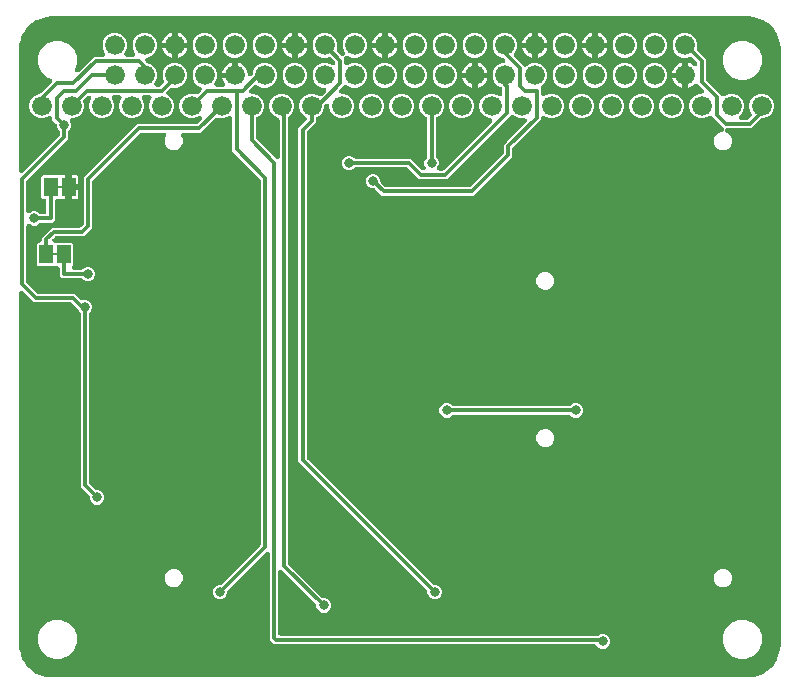
<source format=gbr>
G04 EAGLE Gerber RS-274X export*
G75*
%MOMM*%
%FSLAX34Y34*%
%LPD*%
%INBottom Copper*%
%IPPOS*%
%AMOC8*
5,1,8,0,0,1.08239X$1,22.5*%
G01*
%ADD10C,1.676400*%
%ADD11R,1.168400X1.600200*%
%ADD12R,0.635000X0.203200*%
%ADD13C,0.800100*%
%ADD14C,0.304800*%
%ADD15C,0.406400*%

G36*
X620066Y2547D02*
X620066Y2547D01*
X620159Y2547D01*
X624137Y2860D01*
X624209Y2873D01*
X624283Y2877D01*
X624448Y2916D01*
X624533Y2931D01*
X624564Y2943D01*
X624605Y2953D01*
X632172Y5412D01*
X632312Y5473D01*
X632455Y5528D01*
X632502Y5556D01*
X632540Y5573D01*
X632611Y5623D01*
X632738Y5700D01*
X639174Y10376D01*
X639288Y10478D01*
X639407Y10574D01*
X639443Y10616D01*
X639475Y10644D01*
X639527Y10713D01*
X639624Y10826D01*
X644300Y17262D01*
X644377Y17394D01*
X644460Y17522D01*
X644482Y17573D01*
X644503Y17610D01*
X644531Y17691D01*
X644588Y17828D01*
X647047Y25395D01*
X647062Y25466D01*
X647087Y25535D01*
X647114Y25703D01*
X647133Y25788D01*
X647133Y25821D01*
X647140Y25863D01*
X647453Y29841D01*
X647452Y29907D01*
X647459Y30000D01*
X647459Y535000D01*
X647453Y535066D01*
X647453Y535159D01*
X647140Y539137D01*
X647127Y539209D01*
X647123Y539283D01*
X647084Y539448D01*
X647069Y539533D01*
X647057Y539564D01*
X647047Y539605D01*
X644588Y547172D01*
X644527Y547312D01*
X644472Y547455D01*
X644444Y547502D01*
X644427Y547540D01*
X644377Y547611D01*
X644300Y547738D01*
X639624Y554174D01*
X639522Y554288D01*
X639426Y554407D01*
X639384Y554443D01*
X639356Y554475D01*
X639287Y554527D01*
X639174Y554624D01*
X632738Y559300D01*
X632606Y559377D01*
X632478Y559460D01*
X632427Y559482D01*
X632390Y559503D01*
X632309Y559531D01*
X632172Y559588D01*
X624605Y562047D01*
X624534Y562062D01*
X624465Y562087D01*
X624297Y562114D01*
X624212Y562133D01*
X624179Y562133D01*
X624137Y562140D01*
X620159Y562453D01*
X620093Y562452D01*
X620000Y562459D01*
X30000Y562459D01*
X29934Y562453D01*
X29841Y562453D01*
X25863Y562140D01*
X25791Y562127D01*
X25717Y562123D01*
X25552Y562084D01*
X25467Y562069D01*
X25436Y562057D01*
X25395Y562047D01*
X17828Y559588D01*
X17688Y559527D01*
X17545Y559472D01*
X17498Y559444D01*
X17460Y559427D01*
X17389Y559377D01*
X17262Y559300D01*
X10826Y554624D01*
X10712Y554522D01*
X10593Y554426D01*
X10557Y554384D01*
X10525Y554356D01*
X10473Y554287D01*
X10376Y554174D01*
X5700Y547738D01*
X5623Y547606D01*
X5540Y547478D01*
X5518Y547427D01*
X5497Y547390D01*
X5469Y547309D01*
X5412Y547172D01*
X2953Y539605D01*
X2938Y539534D01*
X2913Y539465D01*
X2886Y539297D01*
X2867Y539212D01*
X2867Y539179D01*
X2860Y539137D01*
X2547Y535159D01*
X2548Y535093D01*
X2541Y535000D01*
X2541Y431575D01*
X2542Y431566D01*
X2541Y431557D01*
X2562Y431363D01*
X2581Y431174D01*
X2583Y431166D01*
X2584Y431157D01*
X2643Y430972D01*
X2699Y430789D01*
X2703Y430781D01*
X2706Y430773D01*
X2799Y430604D01*
X2891Y430435D01*
X2896Y430428D01*
X2901Y430420D01*
X3025Y430273D01*
X3148Y430126D01*
X3155Y430120D01*
X3161Y430113D01*
X3313Y429994D01*
X3462Y429873D01*
X3470Y429869D01*
X3477Y429864D01*
X3650Y429776D01*
X3819Y429688D01*
X3828Y429685D01*
X3836Y429681D01*
X4022Y429629D01*
X4206Y429577D01*
X4215Y429576D01*
X4224Y429573D01*
X4417Y429559D01*
X4608Y429544D01*
X4616Y429545D01*
X4625Y429544D01*
X4818Y429568D01*
X5007Y429591D01*
X5016Y429593D01*
X5025Y429594D01*
X5207Y429656D01*
X5390Y429715D01*
X5398Y429720D01*
X5406Y429723D01*
X5573Y429819D01*
X5741Y429913D01*
X5748Y429919D01*
X5755Y429924D01*
X6008Y430138D01*
X36488Y460618D01*
X36505Y460639D01*
X36526Y460657D01*
X36633Y460794D01*
X36743Y460930D01*
X36756Y460953D01*
X36772Y460975D01*
X36850Y461132D01*
X36932Y461286D01*
X36940Y461311D01*
X36952Y461335D01*
X36997Y461505D01*
X37047Y461671D01*
X37049Y461698D01*
X37056Y461724D01*
X37083Y462055D01*
X37083Y464083D01*
X37081Y464110D01*
X37083Y464136D01*
X37061Y464310D01*
X37043Y464484D01*
X37036Y464509D01*
X37032Y464536D01*
X36977Y464701D01*
X36925Y464869D01*
X36912Y464892D01*
X36904Y464918D01*
X36817Y465069D01*
X36733Y465223D01*
X36716Y465243D01*
X36703Y465266D01*
X36488Y465519D01*
X35525Y466482D01*
X34607Y468700D01*
X34607Y470062D01*
X34604Y470088D01*
X34606Y470115D01*
X34584Y470289D01*
X34567Y470462D01*
X34559Y470488D01*
X34556Y470515D01*
X34500Y470680D01*
X34449Y470847D01*
X34436Y470871D01*
X34427Y470896D01*
X34340Y471048D01*
X34257Y471201D01*
X34240Y471222D01*
X34227Y471245D01*
X34012Y471498D01*
X30733Y474777D01*
X30733Y475921D01*
X30732Y475930D01*
X30733Y475939D01*
X30712Y476129D01*
X30693Y476321D01*
X30691Y476330D01*
X30690Y476339D01*
X30632Y476522D01*
X30575Y476706D01*
X30571Y476714D01*
X30568Y476723D01*
X30475Y476892D01*
X30383Y477060D01*
X30378Y477067D01*
X30373Y477075D01*
X30248Y477223D01*
X30126Y477370D01*
X30119Y477375D01*
X30113Y477382D01*
X29961Y477502D01*
X29812Y477622D01*
X29804Y477626D01*
X29797Y477632D01*
X29624Y477720D01*
X29455Y477807D01*
X29446Y477810D01*
X29438Y477814D01*
X29251Y477866D01*
X29068Y477919D01*
X29059Y477920D01*
X29050Y477922D01*
X28858Y477936D01*
X28666Y477952D01*
X28657Y477951D01*
X28648Y477951D01*
X28458Y477927D01*
X28267Y477905D01*
X28258Y477902D01*
X28249Y477901D01*
X28066Y477839D01*
X27884Y477780D01*
X27876Y477775D01*
X27867Y477773D01*
X27700Y477676D01*
X27645Y477645D01*
X23662Y475995D01*
X19518Y475995D01*
X15691Y477581D01*
X12761Y480511D01*
X11175Y484338D01*
X11175Y488482D01*
X12761Y492309D01*
X15691Y495239D01*
X19518Y496825D01*
X19783Y496825D01*
X19810Y496827D01*
X19837Y496825D01*
X20011Y496847D01*
X20184Y496865D01*
X20210Y496872D01*
X20236Y496876D01*
X20402Y496931D01*
X20569Y496983D01*
X20593Y496996D01*
X20618Y497004D01*
X20769Y497091D01*
X20923Y497175D01*
X20943Y497192D01*
X20967Y497205D01*
X21220Y497420D01*
X29949Y506149D01*
X29957Y506159D01*
X29968Y506168D01*
X30085Y506315D01*
X30204Y506460D01*
X30210Y506472D01*
X30219Y506483D01*
X30305Y506652D01*
X30392Y506816D01*
X30396Y506829D01*
X30402Y506841D01*
X30454Y507022D01*
X30507Y507202D01*
X30508Y507215D01*
X30512Y507228D01*
X30526Y507413D01*
X30544Y507603D01*
X30542Y507616D01*
X30543Y507630D01*
X30521Y507814D01*
X30500Y508003D01*
X30496Y508016D01*
X30495Y508029D01*
X30436Y508206D01*
X30379Y508387D01*
X30372Y508399D01*
X30368Y508411D01*
X30275Y508575D01*
X30184Y508739D01*
X30175Y508750D01*
X30169Y508761D01*
X30045Y508902D01*
X29923Y509046D01*
X29913Y509055D01*
X29904Y509065D01*
X29755Y509179D01*
X29608Y509296D01*
X29596Y509302D01*
X29585Y509310D01*
X29290Y509462D01*
X25630Y510977D01*
X20977Y515630D01*
X18459Y521710D01*
X18459Y528290D01*
X20977Y534370D01*
X25630Y539023D01*
X31710Y541541D01*
X38290Y541541D01*
X44370Y539023D01*
X49023Y534370D01*
X51541Y528290D01*
X51541Y521710D01*
X49835Y517591D01*
X49833Y517587D01*
X49831Y517583D01*
X49776Y517396D01*
X49718Y517206D01*
X49718Y517201D01*
X49717Y517197D01*
X49699Y516999D01*
X49680Y516805D01*
X49681Y516801D01*
X49680Y516796D01*
X49702Y516594D01*
X49722Y516405D01*
X49723Y516401D01*
X49724Y516396D01*
X49784Y516204D01*
X49842Y516020D01*
X49844Y516016D01*
X49845Y516012D01*
X49941Y515839D01*
X50035Y515667D01*
X50038Y515664D01*
X50040Y515660D01*
X50167Y515510D01*
X50294Y515359D01*
X50298Y515356D01*
X50300Y515353D01*
X50456Y515230D01*
X50609Y515108D01*
X50613Y515106D01*
X50616Y515103D01*
X50793Y515013D01*
X50967Y514924D01*
X50971Y514923D01*
X50975Y514921D01*
X51168Y514867D01*
X51354Y514814D01*
X51359Y514814D01*
X51363Y514813D01*
X51565Y514798D01*
X51756Y514783D01*
X51760Y514784D01*
X51765Y514783D01*
X51966Y514809D01*
X52156Y514832D01*
X52160Y514833D01*
X52164Y514834D01*
X52351Y514897D01*
X52538Y514958D01*
X52542Y514961D01*
X52546Y514962D01*
X52716Y515060D01*
X52887Y515158D01*
X52891Y515161D01*
X52895Y515163D01*
X53148Y515378D01*
X63158Y525388D01*
X65837Y528067D01*
X73701Y528067D01*
X73710Y528068D01*
X73719Y528067D01*
X73909Y528087D01*
X74101Y528107D01*
X74110Y528109D01*
X74119Y528110D01*
X74302Y528168D01*
X74486Y528225D01*
X74494Y528229D01*
X74503Y528232D01*
X74671Y528325D01*
X74840Y528417D01*
X74847Y528422D01*
X74855Y528427D01*
X75002Y528551D01*
X75150Y528674D01*
X75155Y528681D01*
X75162Y528687D01*
X75281Y528838D01*
X75402Y528988D01*
X75406Y528996D01*
X75412Y529003D01*
X75500Y529176D01*
X75587Y529345D01*
X75590Y529354D01*
X75594Y529362D01*
X75646Y529548D01*
X75699Y529732D01*
X75700Y529741D01*
X75702Y529750D01*
X75716Y529942D01*
X75732Y530134D01*
X75731Y530142D01*
X75731Y530151D01*
X75707Y530343D01*
X75685Y530533D01*
X75682Y530542D01*
X75681Y530551D01*
X75620Y530733D01*
X75560Y530916D01*
X75556Y530924D01*
X75553Y530932D01*
X75456Y531100D01*
X75362Y531267D01*
X75356Y531274D01*
X75352Y531281D01*
X75137Y531534D01*
X74871Y531801D01*
X73285Y535628D01*
X73285Y539772D01*
X74871Y543599D01*
X77801Y546529D01*
X81628Y548115D01*
X85772Y548115D01*
X89599Y546529D01*
X92529Y543599D01*
X94115Y539772D01*
X94115Y535628D01*
X92529Y531801D01*
X92263Y531534D01*
X92257Y531527D01*
X92250Y531522D01*
X92129Y531371D01*
X92008Y531223D01*
X92004Y531215D01*
X91998Y531208D01*
X91910Y531038D01*
X91819Y530867D01*
X91817Y530858D01*
X91813Y530851D01*
X91760Y530667D01*
X91704Y530481D01*
X91704Y530472D01*
X91701Y530464D01*
X91686Y530273D01*
X91668Y530080D01*
X91669Y530071D01*
X91668Y530062D01*
X91691Y529873D01*
X91711Y529680D01*
X91714Y529671D01*
X91715Y529663D01*
X91775Y529480D01*
X91833Y529296D01*
X91837Y529288D01*
X91840Y529280D01*
X91935Y529111D01*
X92028Y528944D01*
X92034Y528937D01*
X92038Y528929D01*
X92164Y528784D01*
X92288Y528637D01*
X92295Y528631D01*
X92301Y528624D01*
X92452Y528507D01*
X92604Y528387D01*
X92612Y528383D01*
X92619Y528378D01*
X92791Y528292D01*
X92963Y528205D01*
X92972Y528202D01*
X92980Y528198D01*
X93168Y528148D01*
X93351Y528097D01*
X93360Y528096D01*
X93369Y528094D01*
X93699Y528067D01*
X99101Y528067D01*
X99110Y528068D01*
X99119Y528067D01*
X99309Y528087D01*
X99501Y528107D01*
X99510Y528109D01*
X99519Y528110D01*
X99702Y528168D01*
X99886Y528225D01*
X99894Y528229D01*
X99903Y528232D01*
X100071Y528325D01*
X100240Y528417D01*
X100247Y528422D01*
X100255Y528427D01*
X100402Y528551D01*
X100550Y528674D01*
X100555Y528681D01*
X100562Y528687D01*
X100681Y528838D01*
X100802Y528988D01*
X100806Y528996D01*
X100812Y529003D01*
X100900Y529176D01*
X100987Y529345D01*
X100990Y529354D01*
X100994Y529362D01*
X101046Y529548D01*
X101099Y529732D01*
X101100Y529741D01*
X101102Y529750D01*
X101116Y529942D01*
X101132Y530134D01*
X101131Y530142D01*
X101131Y530151D01*
X101107Y530343D01*
X101085Y530533D01*
X101082Y530542D01*
X101081Y530551D01*
X101020Y530733D01*
X100960Y530916D01*
X100956Y530924D01*
X100953Y530932D01*
X100856Y531100D01*
X100762Y531267D01*
X100756Y531274D01*
X100752Y531281D01*
X100537Y531534D01*
X100271Y531801D01*
X98685Y535628D01*
X98685Y539772D01*
X100271Y543599D01*
X103201Y546529D01*
X107028Y548115D01*
X111172Y548115D01*
X114999Y546529D01*
X117929Y543599D01*
X119515Y539772D01*
X119515Y535628D01*
X117929Y531801D01*
X114999Y528871D01*
X114047Y528476D01*
X111133Y527269D01*
X111087Y527264D01*
X110898Y527245D01*
X110890Y527243D01*
X110881Y527242D01*
X110696Y527183D01*
X110513Y527127D01*
X110505Y527123D01*
X110497Y527120D01*
X110328Y527027D01*
X110159Y526935D01*
X110152Y526930D01*
X110144Y526925D01*
X109997Y526801D01*
X109850Y526678D01*
X109844Y526671D01*
X109837Y526665D01*
X109718Y526513D01*
X109597Y526364D01*
X109593Y526356D01*
X109588Y526349D01*
X109500Y526176D01*
X109412Y526007D01*
X109409Y525998D01*
X109405Y525990D01*
X109353Y525804D01*
X109301Y525620D01*
X109300Y525611D01*
X109297Y525602D01*
X109283Y525409D01*
X109268Y525218D01*
X109269Y525210D01*
X109268Y525201D01*
X109292Y525008D01*
X109315Y524819D01*
X109317Y524810D01*
X109318Y524801D01*
X109380Y524619D01*
X109439Y524436D01*
X109444Y524428D01*
X109447Y524420D01*
X109543Y524253D01*
X109637Y524085D01*
X109643Y524078D01*
X109648Y524071D01*
X109862Y523818D01*
X110534Y523146D01*
X110558Y523127D01*
X110578Y523103D01*
X110713Y522999D01*
X110845Y522891D01*
X110873Y522877D01*
X110897Y522858D01*
X111193Y522706D01*
X114999Y521129D01*
X117929Y518199D01*
X119515Y514372D01*
X119515Y510228D01*
X117929Y506401D01*
X117663Y506134D01*
X117657Y506127D01*
X117650Y506122D01*
X117530Y505972D01*
X117408Y505823D01*
X117404Y505815D01*
X117398Y505808D01*
X117310Y505638D01*
X117219Y505467D01*
X117217Y505458D01*
X117213Y505451D01*
X117160Y505266D01*
X117104Y505081D01*
X117104Y505072D01*
X117101Y505064D01*
X117086Y504873D01*
X117068Y504680D01*
X117069Y504671D01*
X117068Y504662D01*
X117091Y504473D01*
X117111Y504280D01*
X117114Y504271D01*
X117115Y504263D01*
X117175Y504080D01*
X117233Y503896D01*
X117237Y503888D01*
X117240Y503880D01*
X117335Y503711D01*
X117428Y503544D01*
X117434Y503537D01*
X117438Y503529D01*
X117564Y503384D01*
X117688Y503237D01*
X117695Y503231D01*
X117701Y503224D01*
X117852Y503107D01*
X118004Y502987D01*
X118012Y502983D01*
X118019Y502978D01*
X118191Y502892D01*
X118363Y502805D01*
X118372Y502802D01*
X118380Y502798D01*
X118568Y502748D01*
X118751Y502697D01*
X118760Y502696D01*
X118769Y502694D01*
X119099Y502667D01*
X120875Y502667D01*
X120902Y502669D01*
X120929Y502667D01*
X121103Y502689D01*
X121276Y502707D01*
X121301Y502714D01*
X121328Y502718D01*
X121494Y502774D01*
X121661Y502825D01*
X121684Y502837D01*
X121710Y502846D01*
X121861Y502933D01*
X122015Y503017D01*
X122035Y503034D01*
X122059Y503047D01*
X122312Y503262D01*
X124647Y505597D01*
X124661Y505614D01*
X124678Y505628D01*
X124788Y505770D01*
X124902Y505908D01*
X124912Y505928D01*
X124926Y505945D01*
X125007Y506106D01*
X125090Y506264D01*
X125097Y506285D01*
X125107Y506305D01*
X125154Y506478D01*
X125205Y506650D01*
X125207Y506672D01*
X125213Y506693D01*
X125225Y506872D01*
X125241Y507051D01*
X125239Y507073D01*
X125241Y507095D01*
X125217Y507273D01*
X125198Y507451D01*
X125191Y507472D01*
X125188Y507494D01*
X125087Y507810D01*
X124085Y510228D01*
X124085Y514372D01*
X125671Y518199D01*
X128601Y521129D01*
X132428Y522715D01*
X136572Y522715D01*
X140399Y521129D01*
X143329Y518199D01*
X144915Y514372D01*
X144915Y510228D01*
X143329Y506401D01*
X140399Y503471D01*
X137018Y502070D01*
X136572Y501885D01*
X132339Y501885D01*
X132284Y501902D01*
X132261Y501904D01*
X132240Y501910D01*
X132061Y501923D01*
X131883Y501940D01*
X131861Y501938D01*
X131838Y501940D01*
X131660Y501917D01*
X131483Y501899D01*
X131461Y501892D01*
X131439Y501889D01*
X131269Y501832D01*
X131098Y501779D01*
X131079Y501768D01*
X131057Y501761D01*
X130901Y501671D01*
X130745Y501586D01*
X130728Y501571D01*
X130708Y501560D01*
X130455Y501345D01*
X127887Y498777D01*
X127879Y498767D01*
X127868Y498758D01*
X127751Y498611D01*
X127632Y498466D01*
X127626Y498454D01*
X127617Y498443D01*
X127531Y498275D01*
X127443Y498110D01*
X127440Y498097D01*
X127433Y498085D01*
X127381Y497901D01*
X127329Y497724D01*
X127327Y497711D01*
X127324Y497698D01*
X127309Y497511D01*
X127292Y497323D01*
X127294Y497310D01*
X127293Y497296D01*
X127315Y497112D01*
X127336Y496923D01*
X127340Y496910D01*
X127341Y496897D01*
X127400Y496719D01*
X127457Y496539D01*
X127464Y496527D01*
X127468Y496515D01*
X127561Y496351D01*
X127652Y496187D01*
X127661Y496176D01*
X127667Y496165D01*
X127791Y496023D01*
X127912Y495880D01*
X127923Y495871D01*
X127932Y495861D01*
X128081Y495747D01*
X128228Y495630D01*
X128240Y495624D01*
X128251Y495616D01*
X128546Y495464D01*
X129089Y495239D01*
X132019Y492309D01*
X133605Y488482D01*
X133605Y484338D01*
X132019Y480511D01*
X129089Y477581D01*
X125262Y475995D01*
X121118Y475995D01*
X117291Y477581D01*
X114361Y480511D01*
X112775Y484338D01*
X112775Y488482D01*
X114409Y492425D01*
X114490Y492582D01*
X114581Y492752D01*
X114583Y492761D01*
X114587Y492769D01*
X114640Y492954D01*
X114695Y493138D01*
X114696Y493147D01*
X114699Y493156D01*
X114714Y493347D01*
X114732Y493539D01*
X114731Y493548D01*
X114732Y493558D01*
X114709Y493748D01*
X114689Y493940D01*
X114686Y493948D01*
X114685Y493957D01*
X114626Y494139D01*
X114567Y494323D01*
X114563Y494331D01*
X114560Y494340D01*
X114465Y494508D01*
X114373Y494676D01*
X114367Y494683D01*
X114362Y494691D01*
X114237Y494836D01*
X114112Y494983D01*
X114105Y494989D01*
X114099Y494996D01*
X113947Y495113D01*
X113796Y495233D01*
X113788Y495237D01*
X113781Y495242D01*
X113609Y495328D01*
X113437Y495415D01*
X113429Y495417D01*
X113420Y495422D01*
X113233Y495472D01*
X113049Y495523D01*
X113040Y495524D01*
X113031Y495526D01*
X112701Y495553D01*
X108279Y495553D01*
X108270Y495552D01*
X108261Y495553D01*
X108071Y495532D01*
X107879Y495513D01*
X107870Y495511D01*
X107861Y495510D01*
X107678Y495452D01*
X107494Y495395D01*
X107486Y495391D01*
X107477Y495388D01*
X107308Y495295D01*
X107140Y495203D01*
X107133Y495198D01*
X107125Y495193D01*
X106977Y495068D01*
X106830Y494946D01*
X106825Y494939D01*
X106818Y494933D01*
X106698Y494781D01*
X106578Y494632D01*
X106574Y494624D01*
X106568Y494617D01*
X106480Y494444D01*
X106393Y494275D01*
X106390Y494266D01*
X106386Y494258D01*
X106334Y494071D01*
X106281Y493888D01*
X106280Y493879D01*
X106278Y493870D01*
X106264Y493678D01*
X106248Y493486D01*
X106249Y493477D01*
X106249Y493468D01*
X106273Y493278D01*
X106295Y493087D01*
X106298Y493078D01*
X106299Y493069D01*
X106361Y492886D01*
X106420Y492704D01*
X106425Y492696D01*
X106427Y492687D01*
X106524Y492520D01*
X106555Y492465D01*
X108205Y488482D01*
X108205Y484338D01*
X106619Y480511D01*
X103689Y477581D01*
X99862Y475995D01*
X95718Y475995D01*
X91891Y477581D01*
X88961Y480511D01*
X87375Y484338D01*
X87375Y488482D01*
X89009Y492425D01*
X89090Y492582D01*
X89181Y492752D01*
X89183Y492761D01*
X89187Y492769D01*
X89240Y492954D01*
X89295Y493138D01*
X89296Y493147D01*
X89299Y493156D01*
X89314Y493347D01*
X89332Y493539D01*
X89331Y493548D01*
X89332Y493558D01*
X89309Y493748D01*
X89289Y493940D01*
X89286Y493948D01*
X89285Y493957D01*
X89226Y494139D01*
X89167Y494323D01*
X89163Y494331D01*
X89160Y494340D01*
X89065Y494508D01*
X88973Y494676D01*
X88967Y494683D01*
X88962Y494691D01*
X88837Y494836D01*
X88712Y494983D01*
X88705Y494989D01*
X88699Y494996D01*
X88547Y495113D01*
X88396Y495233D01*
X88388Y495237D01*
X88381Y495242D01*
X88209Y495328D01*
X88037Y495415D01*
X88029Y495417D01*
X88020Y495422D01*
X87833Y495472D01*
X87649Y495523D01*
X87640Y495524D01*
X87631Y495526D01*
X87301Y495553D01*
X82879Y495553D01*
X82870Y495552D01*
X82861Y495553D01*
X82671Y495532D01*
X82479Y495513D01*
X82470Y495511D01*
X82461Y495510D01*
X82278Y495452D01*
X82094Y495395D01*
X82086Y495391D01*
X82077Y495388D01*
X81908Y495295D01*
X81740Y495203D01*
X81733Y495198D01*
X81725Y495193D01*
X81577Y495068D01*
X81430Y494946D01*
X81425Y494939D01*
X81418Y494933D01*
X81298Y494781D01*
X81178Y494632D01*
X81174Y494624D01*
X81168Y494617D01*
X81080Y494444D01*
X80993Y494275D01*
X80990Y494266D01*
X80986Y494258D01*
X80934Y494071D01*
X80881Y493888D01*
X80880Y493879D01*
X80878Y493870D01*
X80864Y493678D01*
X80848Y493486D01*
X80849Y493477D01*
X80849Y493468D01*
X80873Y493278D01*
X80895Y493087D01*
X80898Y493078D01*
X80899Y493069D01*
X80961Y492886D01*
X81020Y492704D01*
X81025Y492696D01*
X81027Y492687D01*
X81124Y492520D01*
X81155Y492465D01*
X82805Y488482D01*
X82805Y484338D01*
X81219Y480511D01*
X78289Y477581D01*
X74462Y475995D01*
X70318Y475995D01*
X66491Y477581D01*
X63561Y480511D01*
X61975Y484338D01*
X61975Y488482D01*
X63642Y492505D01*
X63643Y492510D01*
X63645Y492514D01*
X63701Y492700D01*
X63758Y492891D01*
X63759Y492895D01*
X63760Y492900D01*
X63778Y493098D01*
X63797Y493292D01*
X63796Y493296D01*
X63797Y493301D01*
X63775Y493503D01*
X63755Y493692D01*
X63754Y493696D01*
X63753Y493701D01*
X63694Y493888D01*
X63635Y494076D01*
X63633Y494080D01*
X63632Y494085D01*
X63536Y494258D01*
X63442Y494430D01*
X63439Y494433D01*
X63437Y494437D01*
X63311Y494585D01*
X63183Y494738D01*
X63179Y494741D01*
X63176Y494744D01*
X63021Y494867D01*
X62868Y494989D01*
X62864Y494991D01*
X62860Y494994D01*
X62683Y495084D01*
X62510Y495173D01*
X62505Y495174D01*
X62501Y495176D01*
X62309Y495230D01*
X62122Y495282D01*
X62118Y495283D01*
X62114Y495284D01*
X61912Y495299D01*
X61721Y495314D01*
X61717Y495313D01*
X61712Y495313D01*
X61511Y495288D01*
X61321Y495265D01*
X61317Y495263D01*
X61313Y495263D01*
X61126Y495200D01*
X60939Y495138D01*
X60935Y495136D01*
X60931Y495135D01*
X60760Y495037D01*
X60589Y494939D01*
X60586Y494936D01*
X60582Y494934D01*
X60329Y494719D01*
X57394Y491784D01*
X57380Y491767D01*
X57363Y491752D01*
X57253Y491612D01*
X57139Y491473D01*
X57129Y491453D01*
X57115Y491435D01*
X57034Y491275D01*
X56950Y491117D01*
X56944Y491095D01*
X56934Y491076D01*
X56887Y490903D01*
X56836Y490731D01*
X56834Y490709D01*
X56828Y490687D01*
X56815Y490508D01*
X56799Y490330D01*
X56802Y490308D01*
X56800Y490286D01*
X56823Y490108D01*
X56843Y489930D01*
X56849Y489908D01*
X56852Y489886D01*
X56954Y489570D01*
X57405Y488482D01*
X57405Y484338D01*
X55819Y480511D01*
X52889Y477581D01*
X49062Y475995D01*
X47686Y475995D01*
X47672Y475994D01*
X47659Y475995D01*
X47473Y475974D01*
X47285Y475955D01*
X47272Y475951D01*
X47259Y475950D01*
X47081Y475893D01*
X46900Y475837D01*
X46888Y475831D01*
X46875Y475827D01*
X46712Y475735D01*
X46546Y475645D01*
X46536Y475637D01*
X46524Y475630D01*
X46381Y475508D01*
X46237Y475388D01*
X46228Y475377D01*
X46218Y475369D01*
X46102Y475220D01*
X45984Y475074D01*
X45978Y475062D01*
X45970Y475052D01*
X45885Y474882D01*
X45799Y474717D01*
X45795Y474704D01*
X45789Y474692D01*
X45739Y474509D01*
X45687Y474330D01*
X45686Y474316D01*
X45683Y474303D01*
X45670Y474115D01*
X45655Y473928D01*
X45656Y473915D01*
X45655Y473902D01*
X45680Y473714D01*
X45702Y473529D01*
X45706Y473516D01*
X45707Y473503D01*
X45809Y473187D01*
X46673Y471100D01*
X46673Y468700D01*
X45755Y466482D01*
X44792Y465519D01*
X44775Y465499D01*
X44754Y465481D01*
X44647Y465343D01*
X44537Y465208D01*
X44524Y465184D01*
X44508Y465163D01*
X44430Y465006D01*
X44348Y464852D01*
X44340Y464827D01*
X44328Y464803D01*
X44283Y464633D01*
X44233Y464466D01*
X44231Y464440D01*
X44224Y464414D01*
X44197Y464083D01*
X44197Y458267D01*
X9232Y423302D01*
X9215Y423281D01*
X9194Y423263D01*
X9087Y423126D01*
X8977Y422990D01*
X8964Y422967D01*
X8948Y422945D01*
X8870Y422788D01*
X8788Y422634D01*
X8780Y422609D01*
X8768Y422585D01*
X8723Y422415D01*
X8673Y422249D01*
X8671Y422222D01*
X8664Y422196D01*
X8637Y421865D01*
X8637Y397993D01*
X8638Y397980D01*
X8637Y397967D01*
X8658Y397779D01*
X8677Y397592D01*
X8680Y397580D01*
X8682Y397567D01*
X8740Y397387D01*
X8795Y397207D01*
X8801Y397196D01*
X8805Y397183D01*
X8897Y397019D01*
X8987Y396853D01*
X8995Y396843D01*
X9001Y396832D01*
X9124Y396688D01*
X9244Y396544D01*
X9254Y396536D01*
X9263Y396526D01*
X9412Y396410D01*
X9558Y396292D01*
X9570Y396286D01*
X9580Y396278D01*
X9748Y396193D01*
X9915Y396106D01*
X9928Y396103D01*
X9940Y396097D01*
X10121Y396047D01*
X10302Y395995D01*
X10315Y395994D01*
X10328Y395990D01*
X10515Y395977D01*
X10704Y395962D01*
X10717Y395963D01*
X10730Y395963D01*
X10917Y395987D01*
X11103Y396009D01*
X11116Y396013D01*
X11129Y396015D01*
X11265Y396061D01*
X11449Y396120D01*
X11466Y396127D01*
X11486Y396134D01*
X11498Y396140D01*
X11510Y396144D01*
X11516Y396148D01*
X14040Y397193D01*
X16440Y397193D01*
X18658Y396275D01*
X19621Y395312D01*
X19641Y395295D01*
X19659Y395274D01*
X19797Y395167D01*
X19932Y395057D01*
X19956Y395044D01*
X19977Y395028D01*
X20134Y394950D01*
X20288Y394868D01*
X20313Y394860D01*
X20337Y394848D01*
X20507Y394803D01*
X20674Y394753D01*
X20700Y394751D01*
X20726Y394744D01*
X21057Y394717D01*
X23622Y394717D01*
X23640Y394719D01*
X23658Y394717D01*
X23840Y394738D01*
X24023Y394757D01*
X24040Y394762D01*
X24057Y394764D01*
X24232Y394821D01*
X24408Y394875D01*
X24423Y394883D01*
X24440Y394889D01*
X24600Y394979D01*
X24762Y395067D01*
X24775Y395078D01*
X24791Y395087D01*
X24930Y395207D01*
X25071Y395324D01*
X25082Y395338D01*
X25096Y395350D01*
X25208Y395495D01*
X25323Y395638D01*
X25331Y395654D01*
X25342Y395668D01*
X25424Y395833D01*
X25509Y395995D01*
X25514Y396012D01*
X25522Y396028D01*
X25569Y396207D01*
X25620Y396382D01*
X25622Y396400D01*
X25626Y396417D01*
X25653Y396748D01*
X25653Y405765D01*
X25651Y405783D01*
X25653Y405801D01*
X25632Y405983D01*
X25613Y406166D01*
X25608Y406183D01*
X25606Y406200D01*
X25549Y406375D01*
X25495Y406551D01*
X25487Y406566D01*
X25481Y406583D01*
X25391Y406743D01*
X25303Y406905D01*
X25292Y406918D01*
X25283Y406934D01*
X25163Y407073D01*
X25046Y407214D01*
X25032Y407225D01*
X25020Y407239D01*
X24875Y407351D01*
X24732Y407466D01*
X24716Y407474D01*
X24702Y407485D01*
X24537Y407567D01*
X24375Y407652D01*
X24358Y407657D01*
X24342Y407665D01*
X24163Y407712D01*
X23988Y407763D01*
X23970Y407765D01*
X23953Y407769D01*
X23622Y407796D01*
X22526Y407796D01*
X21335Y408987D01*
X21335Y426673D01*
X22526Y427864D01*
X36503Y427864D01*
X36666Y427880D01*
X36830Y427890D01*
X36866Y427900D01*
X36904Y427904D01*
X37060Y427952D01*
X37219Y427994D01*
X37257Y428012D01*
X37289Y428022D01*
X37365Y428063D01*
X37519Y428136D01*
X37627Y428199D01*
X38273Y428372D01*
X41530Y428372D01*
X41530Y421037D01*
X41532Y421011D01*
X41530Y420984D01*
X41552Y420810D01*
X41570Y420637D01*
X41577Y420611D01*
X41581Y420585D01*
X41636Y420419D01*
X41688Y420252D01*
X41701Y420228D01*
X41709Y420203D01*
X41796Y420051D01*
X41879Y419898D01*
X41897Y419877D01*
X41910Y419854D01*
X42038Y419703D01*
X42038Y418719D01*
X42040Y418701D01*
X42038Y418684D01*
X42059Y418501D01*
X42078Y418319D01*
X42083Y418302D01*
X42085Y418284D01*
X42142Y418109D01*
X42196Y417934D01*
X42204Y417918D01*
X42210Y417901D01*
X42252Y417827D01*
X42182Y417693D01*
X42177Y417676D01*
X42169Y417660D01*
X42122Y417482D01*
X42071Y417307D01*
X42069Y417289D01*
X42065Y417272D01*
X42038Y416941D01*
X42038Y415957D01*
X41980Y415883D01*
X41870Y415747D01*
X41857Y415724D01*
X41841Y415703D01*
X41763Y415546D01*
X41681Y415392D01*
X41673Y415366D01*
X41661Y415342D01*
X41616Y415173D01*
X41566Y415006D01*
X41564Y414979D01*
X41557Y414953D01*
X41530Y414623D01*
X41530Y407288D01*
X38273Y407288D01*
X37627Y407461D01*
X37519Y407524D01*
X37369Y407592D01*
X37223Y407665D01*
X37186Y407674D01*
X37152Y407690D01*
X36993Y407726D01*
X36834Y407769D01*
X36792Y407773D01*
X36759Y407780D01*
X36672Y407782D01*
X36503Y407796D01*
X34798Y407796D01*
X34780Y407794D01*
X34762Y407796D01*
X34580Y407775D01*
X34397Y407756D01*
X34380Y407751D01*
X34363Y407749D01*
X34188Y407692D01*
X34012Y407638D01*
X33997Y407630D01*
X33980Y407624D01*
X33820Y407534D01*
X33658Y407446D01*
X33645Y407435D01*
X33629Y407426D01*
X33490Y407306D01*
X33349Y407189D01*
X33338Y407175D01*
X33324Y407163D01*
X33212Y407018D01*
X33097Y406875D01*
X33089Y406859D01*
X33078Y406845D01*
X32996Y406680D01*
X32911Y406518D01*
X32906Y406501D01*
X32898Y406485D01*
X32851Y406306D01*
X32800Y406131D01*
X32798Y406113D01*
X32794Y406096D01*
X32767Y405765D01*
X32767Y389687D01*
X30683Y387603D01*
X21057Y387603D01*
X21030Y387601D01*
X21004Y387603D01*
X20830Y387581D01*
X20656Y387563D01*
X20631Y387556D01*
X20604Y387552D01*
X20439Y387497D01*
X20271Y387445D01*
X20248Y387432D01*
X20222Y387424D01*
X20071Y387337D01*
X19917Y387253D01*
X19897Y387236D01*
X19874Y387223D01*
X19621Y387008D01*
X18658Y386045D01*
X16440Y385127D01*
X14040Y385127D01*
X11463Y386194D01*
X11445Y386204D01*
X11432Y386208D01*
X11421Y386214D01*
X11240Y386266D01*
X11059Y386320D01*
X11046Y386322D01*
X11034Y386325D01*
X10846Y386341D01*
X10658Y386358D01*
X10645Y386357D01*
X10632Y386358D01*
X10445Y386336D01*
X10258Y386317D01*
X10246Y386313D01*
X10233Y386311D01*
X10053Y386253D01*
X9874Y386197D01*
X9862Y386190D01*
X9850Y386186D01*
X9685Y386093D01*
X9521Y386003D01*
X9511Y385995D01*
X9499Y385988D01*
X9357Y385866D01*
X9212Y385744D01*
X9204Y385734D01*
X9194Y385725D01*
X9079Y385577D01*
X8962Y385429D01*
X8956Y385417D01*
X8948Y385407D01*
X8864Y385238D01*
X8778Y385071D01*
X8774Y385058D01*
X8768Y385047D01*
X8719Y384864D01*
X8668Y384683D01*
X8667Y384671D01*
X8664Y384658D01*
X8637Y384327D01*
X8637Y337595D01*
X8639Y337568D01*
X8637Y337541D01*
X8659Y337367D01*
X8677Y337194D01*
X8684Y337169D01*
X8688Y337142D01*
X8743Y336976D01*
X8795Y336809D01*
X8808Y336786D01*
X8816Y336760D01*
X8903Y336609D01*
X8987Y336455D01*
X9004Y336435D01*
X9017Y336411D01*
X9232Y336158D01*
X17388Y328002D01*
X17409Y327985D01*
X17427Y327964D01*
X17564Y327857D01*
X17700Y327747D01*
X17723Y327734D01*
X17745Y327718D01*
X17902Y327640D01*
X18056Y327558D01*
X18081Y327550D01*
X18105Y327538D01*
X18275Y327493D01*
X18441Y327443D01*
X18468Y327441D01*
X18494Y327434D01*
X18825Y327407D01*
X49733Y327407D01*
X52411Y324729D01*
X52412Y324728D01*
X54603Y322537D01*
X54621Y322523D01*
X54635Y322506D01*
X54776Y322395D01*
X54915Y322282D01*
X54934Y322271D01*
X54952Y322257D01*
X55113Y322176D01*
X55271Y322093D01*
X55292Y322087D01*
X55312Y322077D01*
X55485Y322029D01*
X55656Y321978D01*
X55679Y321976D01*
X55700Y321970D01*
X55878Y321958D01*
X56057Y321942D01*
X56080Y321944D01*
X56102Y321943D01*
X56279Y321966D01*
X56458Y321985D01*
X56479Y321992D01*
X56501Y321995D01*
X56817Y322096D01*
X57220Y322263D01*
X59620Y322263D01*
X61838Y321345D01*
X63535Y319648D01*
X64453Y317430D01*
X64453Y315030D01*
X63535Y312812D01*
X62572Y311849D01*
X62555Y311829D01*
X62534Y311811D01*
X62427Y311673D01*
X62317Y311538D01*
X62304Y311514D01*
X62288Y311493D01*
X62210Y311336D01*
X62128Y311182D01*
X62120Y311157D01*
X62108Y311133D01*
X62063Y310963D01*
X62013Y310796D01*
X62011Y310770D01*
X62004Y310744D01*
X61977Y310413D01*
X61977Y167415D01*
X61979Y167388D01*
X61977Y167361D01*
X61999Y167187D01*
X62017Y167014D01*
X62024Y166989D01*
X62028Y166962D01*
X62083Y166796D01*
X62135Y166629D01*
X62148Y166606D01*
X62156Y166580D01*
X62243Y166429D01*
X62327Y166275D01*
X62344Y166255D01*
X62357Y166231D01*
X62572Y165978D01*
X66982Y161568D01*
X67000Y161553D01*
X67015Y161536D01*
X67017Y161534D01*
X67020Y161531D01*
X67158Y161424D01*
X67293Y161313D01*
X67317Y161301D01*
X67338Y161284D01*
X67495Y161206D01*
X67649Y161124D01*
X67675Y161117D01*
X67699Y161105D01*
X67868Y161059D01*
X68035Y161010D01*
X68062Y161007D01*
X68087Y161000D01*
X68418Y160973D01*
X69780Y160973D01*
X71998Y160055D01*
X73695Y158358D01*
X74613Y156140D01*
X74613Y153740D01*
X73695Y151522D01*
X71998Y149825D01*
X69780Y148907D01*
X67380Y148907D01*
X65162Y149825D01*
X63465Y151522D01*
X62547Y153740D01*
X62547Y155102D01*
X62544Y155128D01*
X62546Y155155D01*
X62524Y155329D01*
X62507Y155502D01*
X62499Y155528D01*
X62496Y155555D01*
X62440Y155720D01*
X62389Y155887D01*
X62376Y155911D01*
X62367Y155936D01*
X62280Y156088D01*
X62197Y156241D01*
X62180Y156262D01*
X62167Y156285D01*
X61952Y156538D01*
X54863Y163627D01*
X54863Y310413D01*
X54861Y310440D01*
X54863Y310466D01*
X54841Y310640D01*
X54823Y310814D01*
X54816Y310839D01*
X54812Y310866D01*
X54757Y311031D01*
X54705Y311199D01*
X54692Y311222D01*
X54684Y311248D01*
X54597Y311399D01*
X54513Y311553D01*
X54496Y311573D01*
X54483Y311596D01*
X54268Y311849D01*
X53305Y312812D01*
X52779Y314082D01*
X52765Y314109D01*
X52755Y314139D01*
X52670Y314287D01*
X52589Y314437D01*
X52569Y314461D01*
X52554Y314488D01*
X52339Y314741D01*
X47382Y319698D01*
X47361Y319715D01*
X47344Y319736D01*
X47206Y319843D01*
X47070Y319953D01*
X47047Y319966D01*
X47025Y319982D01*
X46868Y320060D01*
X46714Y320142D01*
X46689Y320150D01*
X46665Y320162D01*
X46495Y320207D01*
X46329Y320257D01*
X46302Y320259D01*
X46276Y320266D01*
X45945Y320293D01*
X15037Y320293D01*
X6008Y329322D01*
X6001Y329327D01*
X5996Y329334D01*
X5846Y329455D01*
X5697Y329577D01*
X5689Y329581D01*
X5682Y329587D01*
X5512Y329675D01*
X5341Y329765D01*
X5332Y329768D01*
X5325Y329772D01*
X5140Y329825D01*
X4955Y329880D01*
X4946Y329881D01*
X4938Y329883D01*
X4746Y329899D01*
X4554Y329917D01*
X4545Y329916D01*
X4536Y329916D01*
X4347Y329894D01*
X4154Y329873D01*
X4145Y329870D01*
X4137Y329869D01*
X3955Y329810D01*
X3770Y329752D01*
X3762Y329747D01*
X3754Y329745D01*
X3585Y329650D01*
X3418Y329557D01*
X3411Y329551D01*
X3403Y329547D01*
X3257Y329421D01*
X3111Y329296D01*
X3105Y329289D01*
X3098Y329284D01*
X2981Y329132D01*
X2861Y328980D01*
X2857Y328972D01*
X2852Y328965D01*
X2766Y328793D01*
X2679Y328622D01*
X2676Y328613D01*
X2672Y328605D01*
X2622Y328418D01*
X2571Y328234D01*
X2570Y328225D01*
X2568Y328216D01*
X2541Y327885D01*
X2541Y30000D01*
X2547Y29934D01*
X2547Y29841D01*
X2860Y25863D01*
X2873Y25791D01*
X2877Y25717D01*
X2916Y25552D01*
X2931Y25467D01*
X2943Y25436D01*
X2953Y25395D01*
X5412Y17828D01*
X5473Y17688D01*
X5528Y17545D01*
X5556Y17498D01*
X5573Y17460D01*
X5623Y17389D01*
X5700Y17262D01*
X10376Y10826D01*
X10478Y10712D01*
X10574Y10593D01*
X10616Y10557D01*
X10644Y10525D01*
X10713Y10473D01*
X10826Y10376D01*
X17262Y5700D01*
X17394Y5623D01*
X17522Y5540D01*
X17573Y5518D01*
X17610Y5497D01*
X17691Y5469D01*
X17828Y5412D01*
X25394Y2953D01*
X25466Y2938D01*
X25535Y2913D01*
X25703Y2886D01*
X25788Y2867D01*
X25821Y2867D01*
X25863Y2860D01*
X29841Y2547D01*
X29907Y2548D01*
X30000Y2541D01*
X620000Y2541D01*
X620066Y2547D01*
G37*
%LPC*%
G36*
X495370Y26987D02*
X495370Y26987D01*
X493152Y27905D01*
X491426Y29632D01*
X491401Y29676D01*
X491316Y29834D01*
X491302Y29851D01*
X491291Y29871D01*
X491174Y30007D01*
X491060Y30145D01*
X491042Y30159D01*
X491028Y30176D01*
X490887Y30285D01*
X490747Y30398D01*
X490727Y30409D01*
X490710Y30422D01*
X490549Y30502D01*
X490391Y30585D01*
X490369Y30592D01*
X490349Y30602D01*
X490176Y30648D01*
X490004Y30698D01*
X489982Y30700D01*
X489960Y30706D01*
X489630Y30733D01*
X218237Y30733D01*
X214883Y34087D01*
X214883Y107159D01*
X214882Y107168D01*
X214883Y107177D01*
X214862Y107371D01*
X214843Y107560D01*
X214841Y107568D01*
X214840Y107577D01*
X214781Y107762D01*
X214725Y107945D01*
X214721Y107953D01*
X214718Y107961D01*
X214625Y108130D01*
X214533Y108299D01*
X214528Y108306D01*
X214523Y108314D01*
X214399Y108461D01*
X214276Y108608D01*
X214269Y108614D01*
X214263Y108621D01*
X214111Y108740D01*
X213962Y108861D01*
X213954Y108865D01*
X213947Y108870D01*
X213774Y108958D01*
X213605Y109046D01*
X213596Y109049D01*
X213588Y109053D01*
X213402Y109105D01*
X213218Y109157D01*
X213209Y109158D01*
X213200Y109161D01*
X213007Y109175D01*
X212816Y109190D01*
X212808Y109189D01*
X212799Y109190D01*
X212606Y109166D01*
X212417Y109143D01*
X212408Y109141D01*
X212399Y109140D01*
X212217Y109078D01*
X212034Y109019D01*
X212026Y109014D01*
X212018Y109011D01*
X211851Y108915D01*
X211683Y108821D01*
X211676Y108815D01*
X211669Y108810D01*
X211416Y108596D01*
X179348Y76528D01*
X179331Y76507D01*
X179311Y76490D01*
X179204Y76352D01*
X179093Y76217D01*
X179081Y76193D01*
X179064Y76172D01*
X178986Y76015D01*
X178904Y75861D01*
X178897Y75835D01*
X178885Y75811D01*
X178839Y75642D01*
X178790Y75475D01*
X178787Y75448D01*
X178780Y75423D01*
X178753Y75092D01*
X178753Y73730D01*
X177835Y71512D01*
X176138Y69815D01*
X173920Y68897D01*
X171520Y68897D01*
X169302Y69815D01*
X167605Y71512D01*
X166687Y73730D01*
X166687Y76130D01*
X167605Y78348D01*
X169302Y80045D01*
X171520Y80963D01*
X172882Y80963D01*
X172908Y80966D01*
X172935Y80964D01*
X173109Y80986D01*
X173282Y81003D01*
X173308Y81011D01*
X173335Y81014D01*
X173500Y81070D01*
X173667Y81121D01*
X173691Y81134D01*
X173716Y81143D01*
X173868Y81230D01*
X174021Y81313D01*
X174042Y81330D01*
X174065Y81343D01*
X174318Y81558D01*
X206548Y113788D01*
X206565Y113809D01*
X206586Y113826D01*
X206693Y113964D01*
X206803Y114100D01*
X206816Y114123D01*
X206832Y114145D01*
X206910Y114302D01*
X206992Y114456D01*
X207000Y114481D01*
X207012Y114505D01*
X207057Y114675D01*
X207107Y114841D01*
X207109Y114868D01*
X207116Y114894D01*
X207143Y115225D01*
X207143Y423255D01*
X207141Y423282D01*
X207143Y423309D01*
X207121Y423483D01*
X207103Y423656D01*
X207096Y423681D01*
X207092Y423708D01*
X207037Y423874D01*
X206985Y424041D01*
X206972Y424064D01*
X206964Y424090D01*
X206877Y424241D01*
X206793Y424395D01*
X206776Y424415D01*
X206763Y424439D01*
X206548Y424692D01*
X183133Y448107D01*
X183133Y475921D01*
X183132Y475930D01*
X183133Y475939D01*
X183112Y476129D01*
X183093Y476321D01*
X183091Y476330D01*
X183090Y476339D01*
X183032Y476522D01*
X182975Y476706D01*
X182971Y476714D01*
X182968Y476723D01*
X182875Y476892D01*
X182783Y477060D01*
X182778Y477067D01*
X182773Y477075D01*
X182648Y477223D01*
X182526Y477370D01*
X182519Y477375D01*
X182513Y477382D01*
X182361Y477502D01*
X182212Y477622D01*
X182204Y477626D01*
X182197Y477632D01*
X182024Y477720D01*
X181855Y477807D01*
X181846Y477810D01*
X181838Y477814D01*
X181651Y477866D01*
X181468Y477919D01*
X181459Y477920D01*
X181450Y477922D01*
X181258Y477936D01*
X181066Y477952D01*
X181057Y477951D01*
X181048Y477951D01*
X180858Y477927D01*
X180667Y477905D01*
X180658Y477902D01*
X180649Y477901D01*
X180466Y477839D01*
X180284Y477780D01*
X180276Y477775D01*
X180267Y477773D01*
X180100Y477676D01*
X180045Y477645D01*
X176062Y475995D01*
X171918Y475995D01*
X170830Y476446D01*
X170808Y476453D01*
X170788Y476463D01*
X170616Y476511D01*
X170444Y476563D01*
X170422Y476565D01*
X170400Y476571D01*
X170221Y476584D01*
X170043Y476601D01*
X170021Y476599D01*
X169999Y476600D01*
X169820Y476578D01*
X169643Y476559D01*
X169622Y476553D01*
X169599Y476550D01*
X169429Y476493D01*
X169259Y476439D01*
X169239Y476429D01*
X169218Y476422D01*
X169062Y476332D01*
X168905Y476246D01*
X168888Y476232D01*
X168869Y476221D01*
X168616Y476006D01*
X156413Y463803D01*
X141833Y463803D01*
X141819Y463802D01*
X141806Y463803D01*
X141620Y463782D01*
X141432Y463763D01*
X141419Y463759D01*
X141406Y463758D01*
X141227Y463700D01*
X141047Y463645D01*
X141036Y463639D01*
X141023Y463635D01*
X140858Y463543D01*
X140693Y463453D01*
X140683Y463445D01*
X140671Y463438D01*
X140528Y463316D01*
X140384Y463196D01*
X140376Y463185D01*
X140365Y463177D01*
X140248Y463027D01*
X140132Y462882D01*
X140126Y462870D01*
X140117Y462860D01*
X140032Y462690D01*
X139946Y462525D01*
X139943Y462512D01*
X139936Y462500D01*
X139887Y462317D01*
X139835Y462138D01*
X139834Y462124D01*
X139830Y462111D01*
X139817Y461923D01*
X139802Y461736D01*
X139803Y461723D01*
X139803Y461710D01*
X139827Y461522D01*
X139849Y461337D01*
X139853Y461324D01*
X139855Y461311D01*
X139956Y460995D01*
X141081Y458280D01*
X141081Y455280D01*
X139933Y452509D01*
X137811Y450387D01*
X135040Y449239D01*
X132040Y449239D01*
X129269Y450387D01*
X127147Y452509D01*
X125999Y455280D01*
X125999Y458280D01*
X127124Y460995D01*
X127128Y461008D01*
X127134Y461019D01*
X127186Y461199D01*
X127240Y461380D01*
X127242Y461393D01*
X127245Y461406D01*
X127261Y461594D01*
X127278Y461781D01*
X127277Y461794D01*
X127278Y461808D01*
X127256Y461994D01*
X127237Y462181D01*
X127233Y462194D01*
X127231Y462207D01*
X127173Y462386D01*
X127117Y462566D01*
X127110Y462577D01*
X127106Y462590D01*
X127014Y462754D01*
X126924Y462919D01*
X126915Y462929D01*
X126908Y462941D01*
X126786Y463083D01*
X126664Y463227D01*
X126654Y463235D01*
X126645Y463246D01*
X126497Y463360D01*
X126350Y463478D01*
X126338Y463484D01*
X126327Y463492D01*
X126159Y463576D01*
X125992Y463662D01*
X125979Y463666D01*
X125967Y463672D01*
X125784Y463721D01*
X125604Y463772D01*
X125591Y463773D01*
X125578Y463776D01*
X125247Y463803D01*
X106455Y463803D01*
X106428Y463801D01*
X106401Y463803D01*
X106227Y463781D01*
X106054Y463763D01*
X106029Y463756D01*
X106002Y463752D01*
X105836Y463697D01*
X105669Y463645D01*
X105646Y463632D01*
X105620Y463624D01*
X105469Y463537D01*
X105315Y463453D01*
X105295Y463436D01*
X105271Y463423D01*
X105018Y463208D01*
X65112Y423302D01*
X65095Y423281D01*
X65074Y423263D01*
X64967Y423126D01*
X64857Y422990D01*
X64844Y422967D01*
X64828Y422945D01*
X64750Y422788D01*
X64668Y422634D01*
X64660Y422609D01*
X64648Y422585D01*
X64603Y422415D01*
X64553Y422249D01*
X64551Y422222D01*
X64544Y422196D01*
X64517Y421865D01*
X64517Y383337D01*
X57353Y376173D01*
X34065Y376173D01*
X34038Y376171D01*
X34011Y376173D01*
X33838Y376151D01*
X33664Y376133D01*
X33639Y376126D01*
X33612Y376122D01*
X33446Y376066D01*
X33279Y376015D01*
X33256Y376003D01*
X33230Y375994D01*
X33079Y375907D01*
X32925Y375823D01*
X32905Y375806D01*
X32881Y375793D01*
X32628Y375578D01*
X31231Y374181D01*
X31226Y374174D01*
X31219Y374169D01*
X31098Y374018D01*
X30976Y373870D01*
X30972Y373862D01*
X30966Y373855D01*
X30878Y373685D01*
X30788Y373514D01*
X30785Y373505D01*
X30781Y373498D01*
X30728Y373313D01*
X30673Y373128D01*
X30672Y373119D01*
X30670Y373111D01*
X30654Y372920D01*
X30636Y372727D01*
X30637Y372718D01*
X30637Y372709D01*
X30659Y372520D01*
X30680Y372327D01*
X30683Y372318D01*
X30684Y372310D01*
X30743Y372128D01*
X30801Y371943D01*
X30806Y371935D01*
X30808Y371927D01*
X30903Y371760D01*
X30996Y371591D01*
X31002Y371584D01*
X31006Y371576D01*
X31131Y371431D01*
X31257Y371284D01*
X31264Y371278D01*
X31269Y371271D01*
X31420Y371155D01*
X31573Y371034D01*
X31581Y371030D01*
X31588Y371025D01*
X31758Y370940D01*
X31931Y370852D01*
X31940Y370849D01*
X31948Y370845D01*
X32134Y370796D01*
X32319Y370744D01*
X32328Y370743D01*
X32337Y370741D01*
X32345Y370740D01*
X32461Y370708D01*
X32636Y370656D01*
X32654Y370654D01*
X32672Y370649D01*
X32855Y370636D01*
X33037Y370619D01*
X33055Y370621D01*
X33073Y370620D01*
X33255Y370643D01*
X33438Y370662D01*
X33455Y370668D01*
X33473Y370670D01*
X33602Y370714D01*
X47324Y370714D01*
X48515Y369523D01*
X48515Y351837D01*
X47872Y351194D01*
X47866Y351187D01*
X47859Y351182D01*
X47739Y351032D01*
X47617Y350883D01*
X47613Y350875D01*
X47607Y350868D01*
X47519Y350697D01*
X47428Y350527D01*
X47426Y350518D01*
X47422Y350511D01*
X47369Y350326D01*
X47314Y350141D01*
X47313Y350132D01*
X47310Y350124D01*
X47295Y349933D01*
X47277Y349740D01*
X47278Y349731D01*
X47277Y349722D01*
X47300Y349533D01*
X47321Y349340D01*
X47323Y349331D01*
X47324Y349323D01*
X47384Y349141D01*
X47442Y348956D01*
X47446Y348948D01*
X47449Y348940D01*
X47543Y348773D01*
X47637Y348604D01*
X47643Y348597D01*
X47647Y348589D01*
X47772Y348444D01*
X47897Y348297D01*
X47904Y348291D01*
X47910Y348284D01*
X48061Y348168D01*
X48213Y348047D01*
X48221Y348043D01*
X48228Y348038D01*
X48399Y347953D01*
X48572Y347865D01*
X48581Y347862D01*
X48589Y347858D01*
X48774Y347809D01*
X48960Y347757D01*
X48969Y347756D01*
X48978Y347754D01*
X49308Y347727D01*
X55143Y347727D01*
X55170Y347729D01*
X55196Y347727D01*
X55370Y347749D01*
X55544Y347767D01*
X55569Y347774D01*
X55596Y347778D01*
X55761Y347833D01*
X55929Y347885D01*
X55952Y347898D01*
X55978Y347906D01*
X56129Y347993D01*
X56283Y348077D01*
X56303Y348094D01*
X56326Y348107D01*
X56579Y348322D01*
X57542Y349285D01*
X59760Y350203D01*
X62160Y350203D01*
X64378Y349285D01*
X66075Y347588D01*
X66993Y345370D01*
X66993Y342970D01*
X66075Y340752D01*
X64378Y339055D01*
X62160Y338137D01*
X59760Y338137D01*
X57542Y339055D01*
X56579Y340018D01*
X56559Y340035D01*
X56541Y340056D01*
X56403Y340163D01*
X56268Y340273D01*
X56244Y340286D01*
X56223Y340302D01*
X56066Y340380D01*
X55912Y340462D01*
X55887Y340470D01*
X55863Y340482D01*
X55693Y340527D01*
X55526Y340577D01*
X55500Y340579D01*
X55474Y340586D01*
X55143Y340613D01*
X39167Y340613D01*
X37083Y342697D01*
X37083Y348615D01*
X37081Y348633D01*
X37083Y348651D01*
X37062Y348833D01*
X37043Y349016D01*
X37038Y349033D01*
X37036Y349050D01*
X36979Y349225D01*
X36925Y349401D01*
X36917Y349416D01*
X36911Y349433D01*
X36821Y349593D01*
X36733Y349755D01*
X36722Y349768D01*
X36713Y349784D01*
X36593Y349923D01*
X36476Y350064D01*
X36462Y350075D01*
X36450Y350089D01*
X36305Y350201D01*
X36162Y350316D01*
X36146Y350324D01*
X36132Y350335D01*
X35967Y350417D01*
X35805Y350502D01*
X35788Y350507D01*
X35772Y350515D01*
X35593Y350562D01*
X35418Y350613D01*
X35400Y350615D01*
X35383Y350619D01*
X35052Y350646D01*
X33600Y350646D01*
X33578Y350652D01*
X33403Y350704D01*
X33385Y350706D01*
X33368Y350711D01*
X33185Y350724D01*
X33002Y350741D01*
X32984Y350739D01*
X32966Y350740D01*
X32786Y350717D01*
X32602Y350697D01*
X32585Y350692D01*
X32567Y350690D01*
X32438Y350646D01*
X18716Y350646D01*
X17525Y351837D01*
X17525Y369523D01*
X18716Y370714D01*
X19812Y370714D01*
X19830Y370716D01*
X19848Y370714D01*
X20030Y370735D01*
X20213Y370754D01*
X20230Y370759D01*
X20247Y370761D01*
X20422Y370818D01*
X20598Y370872D01*
X20613Y370880D01*
X20630Y370886D01*
X20790Y370976D01*
X20952Y371064D01*
X20965Y371075D01*
X20981Y371084D01*
X21120Y371204D01*
X21261Y371321D01*
X21272Y371335D01*
X21286Y371347D01*
X21398Y371492D01*
X21513Y371635D01*
X21521Y371651D01*
X21532Y371665D01*
X21614Y371830D01*
X21699Y371992D01*
X21704Y372009D01*
X21712Y372025D01*
X21759Y372204D01*
X21810Y372379D01*
X21812Y372397D01*
X21816Y372414D01*
X21843Y372745D01*
X21843Y374853D01*
X30277Y383287D01*
X53565Y383287D01*
X53592Y383289D01*
X53619Y383287D01*
X53793Y383309D01*
X53966Y383327D01*
X53991Y383334D01*
X54018Y383338D01*
X54184Y383393D01*
X54351Y383445D01*
X54374Y383458D01*
X54400Y383466D01*
X54551Y383553D01*
X54705Y383637D01*
X54725Y383654D01*
X54749Y383667D01*
X55002Y383882D01*
X56808Y385688D01*
X56825Y385709D01*
X56846Y385727D01*
X56953Y385864D01*
X57063Y386000D01*
X57076Y386023D01*
X57092Y386045D01*
X57170Y386202D01*
X57252Y386356D01*
X57260Y386381D01*
X57272Y386405D01*
X57317Y386575D01*
X57367Y386741D01*
X57369Y386768D01*
X57376Y386794D01*
X57403Y387125D01*
X57403Y425653D01*
X102667Y470917D01*
X152625Y470917D01*
X152652Y470919D01*
X152679Y470917D01*
X152853Y470939D01*
X153026Y470957D01*
X153051Y470964D01*
X153078Y470968D01*
X153244Y471023D01*
X153411Y471075D01*
X153435Y471088D01*
X153460Y471096D01*
X153611Y471183D01*
X153765Y471267D01*
X153785Y471284D01*
X153809Y471297D01*
X154062Y471512D01*
X156899Y474349D01*
X156902Y474353D01*
X156905Y474355D01*
X157030Y474509D01*
X157154Y474661D01*
X157156Y474664D01*
X157159Y474668D01*
X157252Y474844D01*
X157343Y475016D01*
X157344Y475020D01*
X157346Y475024D01*
X157402Y475214D01*
X157458Y475402D01*
X157458Y475407D01*
X157459Y475411D01*
X157476Y475603D01*
X157494Y475803D01*
X157493Y475808D01*
X157494Y475812D01*
X157472Y476002D01*
X157451Y476203D01*
X157449Y476208D01*
X157449Y476212D01*
X157389Y476398D01*
X157329Y476587D01*
X157327Y476591D01*
X157326Y476595D01*
X157228Y476769D01*
X157134Y476940D01*
X157131Y476943D01*
X157129Y476947D01*
X157001Y477097D01*
X156874Y477247D01*
X156870Y477249D01*
X156867Y477253D01*
X156712Y477374D01*
X156558Y477496D01*
X156554Y477498D01*
X156550Y477501D01*
X156375Y477589D01*
X156199Y477679D01*
X156195Y477680D01*
X156191Y477682D01*
X156003Y477733D01*
X155811Y477787D01*
X155807Y477787D01*
X155802Y477788D01*
X155606Y477802D01*
X155409Y477816D01*
X155405Y477815D01*
X155401Y477816D01*
X155205Y477790D01*
X155010Y477766D01*
X155006Y477764D01*
X155001Y477764D01*
X154685Y477662D01*
X150662Y475995D01*
X146518Y475995D01*
X142691Y477581D01*
X139761Y480511D01*
X138175Y484338D01*
X138175Y488482D01*
X139761Y492309D01*
X142691Y495239D01*
X146518Y496825D01*
X150662Y496825D01*
X151750Y496374D01*
X151772Y496367D01*
X151792Y496357D01*
X151964Y496309D01*
X152136Y496257D01*
X152158Y496255D01*
X152180Y496249D01*
X152359Y496236D01*
X152537Y496219D01*
X152559Y496221D01*
X152581Y496220D01*
X152760Y496242D01*
X152937Y496261D01*
X152958Y496267D01*
X152981Y496270D01*
X153151Y496327D01*
X153321Y496381D01*
X153341Y496391D01*
X153362Y496398D01*
X153518Y496488D01*
X153675Y496574D01*
X153692Y496588D01*
X153711Y496599D01*
X153964Y496814D01*
X156532Y499382D01*
X156541Y499393D01*
X156551Y499401D01*
X156668Y499548D01*
X156787Y499694D01*
X156794Y499706D01*
X156802Y499716D01*
X156888Y499884D01*
X156976Y500049D01*
X156980Y500062D01*
X156986Y500074D01*
X157037Y500255D01*
X157091Y500435D01*
X157092Y500449D01*
X157096Y500462D01*
X157110Y500647D01*
X157127Y500836D01*
X157126Y500850D01*
X157127Y500863D01*
X157104Y501047D01*
X157084Y501237D01*
X157080Y501249D01*
X157078Y501263D01*
X157019Y501440D01*
X156962Y501620D01*
X156956Y501632D01*
X156951Y501645D01*
X156858Y501809D01*
X156767Y501973D01*
X156759Y501983D01*
X156752Y501995D01*
X156628Y502137D01*
X156507Y502280D01*
X156496Y502288D01*
X156488Y502298D01*
X156338Y502413D01*
X156191Y502529D01*
X156179Y502535D01*
X156168Y502544D01*
X155873Y502695D01*
X154001Y503471D01*
X151071Y506401D01*
X149485Y510228D01*
X149485Y514372D01*
X151071Y518199D01*
X154001Y521129D01*
X157828Y522715D01*
X161972Y522715D01*
X165799Y521129D01*
X168729Y518199D01*
X170315Y514372D01*
X170315Y510228D01*
X168729Y506401D01*
X168463Y506134D01*
X168457Y506127D01*
X168450Y506122D01*
X168330Y505972D01*
X168208Y505823D01*
X168204Y505815D01*
X168198Y505808D01*
X168110Y505638D01*
X168019Y505467D01*
X168017Y505458D01*
X168013Y505451D01*
X167960Y505266D01*
X167904Y505081D01*
X167904Y505072D01*
X167901Y505064D01*
X167886Y504873D01*
X167868Y504680D01*
X167869Y504671D01*
X167868Y504662D01*
X167891Y504473D01*
X167911Y504280D01*
X167914Y504271D01*
X167915Y504263D01*
X167975Y504080D01*
X168033Y503896D01*
X168037Y503888D01*
X168040Y503880D01*
X168135Y503711D01*
X168228Y503544D01*
X168234Y503537D01*
X168238Y503529D01*
X168364Y503384D01*
X168488Y503237D01*
X168495Y503231D01*
X168501Y503224D01*
X168652Y503107D01*
X168804Y502987D01*
X168812Y502983D01*
X168819Y502978D01*
X168991Y502892D01*
X169163Y502805D01*
X169172Y502802D01*
X169180Y502798D01*
X169368Y502748D01*
X169551Y502697D01*
X169560Y502696D01*
X169569Y502694D01*
X169899Y502667D01*
X174811Y502667D01*
X174862Y502672D01*
X174913Y502669D01*
X175062Y502692D01*
X175212Y502707D01*
X175261Y502722D01*
X175311Y502729D01*
X175453Y502781D01*
X175597Y502825D01*
X175642Y502849D01*
X175690Y502867D01*
X175818Y502945D01*
X175951Y503017D01*
X175990Y503049D01*
X176034Y503076D01*
X176144Y503178D01*
X176260Y503274D01*
X176292Y503314D01*
X176330Y503349D01*
X176418Y503471D01*
X176512Y503588D01*
X176536Y503633D01*
X176566Y503675D01*
X176629Y503812D01*
X176698Y503945D01*
X176712Y503994D01*
X176733Y504041D01*
X176768Y504188D01*
X176809Y504332D01*
X176813Y504383D01*
X176825Y504433D01*
X176830Y504584D01*
X176842Y504734D01*
X176836Y504784D01*
X176838Y504835D01*
X176813Y504984D01*
X176795Y505133D01*
X176779Y505182D01*
X176771Y505232D01*
X176717Y505373D01*
X176670Y505516D01*
X176645Y505561D01*
X176627Y505608D01*
X176507Y505806D01*
X176472Y505867D01*
X176463Y505877D01*
X176454Y505892D01*
X175958Y506575D01*
X175178Y508107D01*
X174646Y509742D01*
X174597Y510051D01*
X185082Y510051D01*
X185100Y510052D01*
X185117Y510051D01*
X185300Y510072D01*
X185482Y510091D01*
X185499Y510096D01*
X185517Y510098D01*
X185692Y510155D01*
X185867Y510209D01*
X185883Y510217D01*
X185900Y510223D01*
X186060Y510313D01*
X186221Y510400D01*
X186235Y510412D01*
X186251Y510421D01*
X186390Y510541D01*
X186531Y510658D01*
X186542Y510672D01*
X186555Y510684D01*
X186668Y510829D01*
X186699Y510867D01*
X186826Y510977D01*
X186967Y511095D01*
X186978Y511108D01*
X186992Y511120D01*
X187104Y511265D01*
X187219Y511408D01*
X187227Y511424D01*
X187238Y511438D01*
X187320Y511603D01*
X187405Y511766D01*
X187410Y511783D01*
X187418Y511799D01*
X187465Y511977D01*
X187516Y512152D01*
X187518Y512170D01*
X187522Y512187D01*
X187549Y512518D01*
X187549Y523003D01*
X187858Y522954D01*
X189493Y522422D01*
X191025Y521642D01*
X192416Y520631D01*
X193631Y519416D01*
X194642Y518025D01*
X195422Y516493D01*
X195954Y514858D01*
X196224Y513155D01*
X196236Y513105D01*
X196242Y513054D01*
X196287Y512911D01*
X196326Y512765D01*
X196348Y512719D01*
X196363Y512670D01*
X196436Y512539D01*
X196502Y512403D01*
X196534Y512363D01*
X196558Y512318D01*
X196656Y512204D01*
X196747Y512084D01*
X196786Y512050D01*
X196819Y512011D01*
X196937Y511918D01*
X197050Y511819D01*
X197095Y511793D01*
X197135Y511762D01*
X197269Y511693D01*
X197400Y511619D01*
X197448Y511602D01*
X197494Y511579D01*
X197639Y511539D01*
X197782Y511491D01*
X197832Y511485D01*
X197882Y511471D01*
X198032Y511460D01*
X198181Y511442D01*
X198232Y511446D01*
X198283Y511442D01*
X198433Y511461D01*
X198583Y511472D01*
X198632Y511486D01*
X198683Y511492D01*
X198825Y511540D01*
X198970Y511581D01*
X199016Y511604D01*
X199064Y511620D01*
X199195Y511696D01*
X199329Y511764D01*
X199369Y511796D01*
X199413Y511821D01*
X199589Y511971D01*
X199644Y512014D01*
X199653Y512025D01*
X199666Y512036D01*
X199690Y512060D01*
X199707Y512081D01*
X199728Y512098D01*
X199835Y512236D01*
X199945Y512372D01*
X199958Y512395D01*
X199974Y512417D01*
X200052Y512574D01*
X200134Y512728D01*
X200142Y512753D01*
X200154Y512777D01*
X200199Y512947D01*
X200249Y513113D01*
X200251Y513140D01*
X200258Y513166D01*
X200285Y513497D01*
X200285Y514372D01*
X201871Y518199D01*
X204801Y521129D01*
X208628Y522715D01*
X212772Y522715D01*
X216599Y521129D01*
X219529Y518199D01*
X221115Y514372D01*
X221115Y510228D01*
X219529Y506401D01*
X216599Y503471D01*
X213218Y502070D01*
X212772Y501885D01*
X208628Y501885D01*
X204801Y503471D01*
X204417Y503854D01*
X204403Y503866D01*
X204392Y503879D01*
X204248Y503993D01*
X204106Y504109D01*
X204090Y504118D01*
X204076Y504129D01*
X203912Y504212D01*
X203750Y504298D01*
X203733Y504303D01*
X203717Y504311D01*
X203540Y504360D01*
X203364Y504413D01*
X203346Y504414D01*
X203329Y504419D01*
X203146Y504433D01*
X202963Y504449D01*
X202945Y504447D01*
X202927Y504449D01*
X202745Y504426D01*
X202563Y504406D01*
X202546Y504400D01*
X202528Y504398D01*
X202354Y504340D01*
X202179Y504284D01*
X202163Y504276D01*
X202146Y504270D01*
X201987Y504178D01*
X201826Y504090D01*
X201813Y504078D01*
X201797Y504069D01*
X201544Y503854D01*
X197982Y500292D01*
X197977Y500285D01*
X197970Y500280D01*
X197849Y500130D01*
X197727Y499981D01*
X197723Y499973D01*
X197717Y499966D01*
X197629Y499795D01*
X197539Y499625D01*
X197536Y499617D01*
X197532Y499609D01*
X197479Y499423D01*
X197424Y499239D01*
X197423Y499230D01*
X197421Y499222D01*
X197405Y499030D01*
X197387Y498838D01*
X197388Y498829D01*
X197388Y498820D01*
X197410Y498631D01*
X197431Y498438D01*
X197434Y498429D01*
X197435Y498421D01*
X197494Y498239D01*
X197552Y498054D01*
X197557Y498046D01*
X197559Y498038D01*
X197654Y497869D01*
X197747Y497702D01*
X197753Y497695D01*
X197757Y497687D01*
X197883Y497541D01*
X198008Y497395D01*
X198015Y497389D01*
X198020Y497382D01*
X198172Y497265D01*
X198324Y497145D01*
X198332Y497141D01*
X198339Y497136D01*
X198511Y497050D01*
X198682Y496963D01*
X198691Y496960D01*
X198699Y496956D01*
X198886Y496906D01*
X199070Y496855D01*
X199079Y496854D01*
X199088Y496852D01*
X199419Y496825D01*
X201462Y496825D01*
X205289Y495239D01*
X208219Y492309D01*
X209805Y488482D01*
X209805Y484338D01*
X208219Y480511D01*
X205289Y477581D01*
X204201Y477130D01*
X204181Y477119D01*
X204160Y477112D01*
X204003Y477024D01*
X203846Y476940D01*
X203829Y476925D01*
X203809Y476914D01*
X203673Y476797D01*
X203535Y476683D01*
X203521Y476666D01*
X203504Y476651D01*
X203395Y476510D01*
X203282Y476371D01*
X203271Y476351D01*
X203258Y476333D01*
X203178Y476173D01*
X203095Y476014D01*
X203088Y475993D01*
X203078Y475973D01*
X203032Y475800D01*
X202982Y475628D01*
X202980Y475605D01*
X202974Y475584D01*
X202947Y475253D01*
X202947Y459515D01*
X202949Y459488D01*
X202947Y459461D01*
X202969Y459287D01*
X202987Y459114D01*
X202994Y459089D01*
X202998Y459062D01*
X203053Y458896D01*
X203105Y458729D01*
X203118Y458706D01*
X203126Y458680D01*
X203213Y458529D01*
X203297Y458375D01*
X203314Y458355D01*
X203327Y458331D01*
X203542Y458078D01*
X219671Y441949D01*
X219678Y441944D01*
X219683Y441937D01*
X219833Y441816D01*
X219982Y441694D01*
X219990Y441690D01*
X219997Y441684D01*
X220167Y441596D01*
X220338Y441506D01*
X220347Y441503D01*
X220354Y441499D01*
X220539Y441446D01*
X220724Y441391D01*
X220733Y441390D01*
X220741Y441388D01*
X220933Y441372D01*
X221125Y441354D01*
X221134Y441355D01*
X221143Y441355D01*
X221332Y441377D01*
X221525Y441398D01*
X221534Y441401D01*
X221542Y441402D01*
X221724Y441461D01*
X221909Y441519D01*
X221917Y441524D01*
X221925Y441526D01*
X222094Y441621D01*
X222261Y441714D01*
X222268Y441720D01*
X222276Y441724D01*
X222422Y441850D01*
X222568Y441975D01*
X222574Y441982D01*
X222581Y441987D01*
X222698Y442139D01*
X222818Y442291D01*
X222822Y442299D01*
X222827Y442306D01*
X222913Y442478D01*
X223000Y442649D01*
X223003Y442658D01*
X223007Y442666D01*
X223057Y442853D01*
X223108Y443037D01*
X223109Y443046D01*
X223111Y443055D01*
X223138Y443386D01*
X223138Y474464D01*
X223136Y474486D01*
X223138Y474509D01*
X223116Y474686D01*
X223098Y474865D01*
X223092Y474886D01*
X223089Y474908D01*
X223033Y475078D01*
X222980Y475250D01*
X222970Y475269D01*
X222963Y475290D01*
X222874Y475446D01*
X222788Y475604D01*
X222774Y475621D01*
X222763Y475640D01*
X222645Y475776D01*
X222531Y475913D01*
X222513Y475927D01*
X222499Y475944D01*
X222357Y476053D01*
X222217Y476165D01*
X222197Y476176D01*
X222179Y476189D01*
X221884Y476341D01*
X218891Y477581D01*
X215961Y480511D01*
X214375Y484338D01*
X214375Y488482D01*
X215961Y492309D01*
X218891Y495239D01*
X222718Y496825D01*
X226862Y496825D01*
X230689Y495239D01*
X233619Y492309D01*
X235205Y488482D01*
X235205Y484338D01*
X233619Y480511D01*
X230847Y477738D01*
X230830Y477717D01*
X230809Y477700D01*
X230702Y477562D01*
X230592Y477427D01*
X230579Y477403D01*
X230563Y477382D01*
X230485Y477225D01*
X230403Y477071D01*
X230395Y477045D01*
X230383Y477021D01*
X230338Y476852D01*
X230288Y476685D01*
X230286Y476658D01*
X230279Y476632D01*
X230252Y476302D01*
X230252Y99470D01*
X230254Y99443D01*
X230252Y99416D01*
X230274Y99242D01*
X230292Y99069D01*
X230299Y99044D01*
X230303Y99017D01*
X230358Y98851D01*
X230410Y98684D01*
X230423Y98661D01*
X230431Y98635D01*
X230518Y98484D01*
X230602Y98330D01*
X230619Y98310D01*
X230632Y98286D01*
X230847Y98033D01*
X258752Y70128D01*
X258773Y70111D01*
X258790Y70091D01*
X258928Y69984D01*
X259063Y69873D01*
X259087Y69861D01*
X259108Y69844D01*
X259265Y69766D01*
X259419Y69684D01*
X259445Y69677D01*
X259469Y69665D01*
X259638Y69619D01*
X259805Y69570D01*
X259832Y69567D01*
X259857Y69560D01*
X260188Y69533D01*
X261550Y69533D01*
X263768Y68615D01*
X265465Y66918D01*
X266383Y64700D01*
X266383Y62300D01*
X265465Y60082D01*
X263768Y58385D01*
X261550Y57467D01*
X259150Y57467D01*
X256932Y58385D01*
X255235Y60082D01*
X254317Y62300D01*
X254317Y63662D01*
X254314Y63688D01*
X254316Y63715D01*
X254294Y63889D01*
X254277Y64062D01*
X254269Y64088D01*
X254266Y64115D01*
X254210Y64280D01*
X254159Y64447D01*
X254146Y64471D01*
X254137Y64496D01*
X254050Y64648D01*
X253967Y64801D01*
X253950Y64822D01*
X253937Y64845D01*
X253722Y65098D01*
X225817Y93003D01*
X225464Y93356D01*
X225457Y93361D01*
X225452Y93368D01*
X225439Y93378D01*
X225430Y93389D01*
X225311Y93481D01*
X225302Y93488D01*
X225153Y93611D01*
X225145Y93615D01*
X225138Y93621D01*
X225119Y93631D01*
X225112Y93636D01*
X225028Y93677D01*
X224968Y93709D01*
X224797Y93799D01*
X224789Y93802D01*
X224781Y93806D01*
X224755Y93814D01*
X224751Y93815D01*
X224712Y93826D01*
X224595Y93860D01*
X224411Y93914D01*
X224402Y93915D01*
X224394Y93917D01*
X224202Y93933D01*
X224010Y93951D01*
X224001Y93950D01*
X223992Y93950D01*
X223802Y93928D01*
X223610Y93907D01*
X223601Y93904D01*
X223593Y93903D01*
X223410Y93844D01*
X223226Y93786D01*
X223218Y93781D01*
X223210Y93779D01*
X223043Y93684D01*
X222874Y93591D01*
X222867Y93585D01*
X222859Y93581D01*
X222714Y93455D01*
X222567Y93330D01*
X222561Y93323D01*
X222554Y93318D01*
X222437Y93166D01*
X222317Y93015D01*
X222313Y93007D01*
X222308Y92999D01*
X222222Y92827D01*
X222135Y92656D01*
X222132Y92647D01*
X222128Y92639D01*
X222078Y92452D01*
X222052Y92358D01*
X222030Y92281D01*
X222030Y92278D01*
X222027Y92268D01*
X222026Y92259D01*
X222024Y92250D01*
X221997Y91919D01*
X221997Y39878D01*
X221999Y39860D01*
X221997Y39842D01*
X222018Y39660D01*
X222037Y39477D01*
X222042Y39460D01*
X222044Y39443D01*
X222101Y39268D01*
X222155Y39092D01*
X222163Y39077D01*
X222169Y39060D01*
X222259Y38900D01*
X222347Y38738D01*
X222358Y38725D01*
X222367Y38709D01*
X222487Y38570D01*
X222604Y38429D01*
X222618Y38418D01*
X222630Y38404D01*
X222775Y38292D01*
X222918Y38177D01*
X222934Y38169D01*
X222948Y38158D01*
X223113Y38076D01*
X223275Y37991D01*
X223292Y37986D01*
X223308Y37978D01*
X223487Y37931D01*
X223662Y37880D01*
X223680Y37878D01*
X223697Y37874D01*
X224028Y37847D01*
X492053Y37847D01*
X492084Y37850D01*
X492115Y37848D01*
X492285Y37870D01*
X492454Y37887D01*
X492484Y37896D01*
X492515Y37900D01*
X492830Y38001D01*
X495370Y39053D01*
X497770Y39053D01*
X499988Y38135D01*
X501685Y36438D01*
X502603Y34220D01*
X502603Y31820D01*
X501685Y29602D01*
X499988Y27905D01*
X497770Y26987D01*
X495370Y26987D01*
G37*
%LPD*%
%LPC*%
G36*
X309677Y410463D02*
X309677Y410463D01*
X303858Y416282D01*
X303837Y416299D01*
X303820Y416319D01*
X303682Y416426D01*
X303547Y416537D01*
X303523Y416549D01*
X303502Y416566D01*
X303345Y416644D01*
X303191Y416726D01*
X303165Y416733D01*
X303141Y416745D01*
X302972Y416791D01*
X302805Y416840D01*
X302778Y416843D01*
X302753Y416850D01*
X302422Y416877D01*
X301060Y416877D01*
X298842Y417795D01*
X297145Y419492D01*
X296227Y421710D01*
X296227Y424110D01*
X297145Y426328D01*
X298842Y428025D01*
X301060Y428943D01*
X303460Y428943D01*
X305678Y428025D01*
X307375Y426328D01*
X308293Y424110D01*
X308293Y422748D01*
X308296Y422722D01*
X308294Y422695D01*
X308316Y422521D01*
X308333Y422348D01*
X308341Y422322D01*
X308344Y422295D01*
X308400Y422130D01*
X308451Y421963D01*
X308464Y421939D01*
X308473Y421914D01*
X308560Y421762D01*
X308643Y421609D01*
X308660Y421588D01*
X308673Y421565D01*
X308888Y421312D01*
X312028Y418172D01*
X312049Y418155D01*
X312067Y418134D01*
X312204Y418027D01*
X312340Y417917D01*
X312363Y417904D01*
X312385Y417888D01*
X312542Y417810D01*
X312696Y417728D01*
X312721Y417720D01*
X312745Y417708D01*
X312915Y417663D01*
X313081Y417613D01*
X313108Y417611D01*
X313134Y417604D01*
X313465Y417577D01*
X383765Y417577D01*
X383792Y417579D01*
X383819Y417577D01*
X383993Y417599D01*
X384166Y417617D01*
X384191Y417624D01*
X384218Y417628D01*
X384384Y417683D01*
X384551Y417735D01*
X384574Y417748D01*
X384600Y417756D01*
X384751Y417843D01*
X384905Y417927D01*
X384925Y417944D01*
X384949Y417957D01*
X385202Y418172D01*
X412408Y445378D01*
X412425Y445399D01*
X412446Y445417D01*
X412553Y445554D01*
X412663Y445690D01*
X412676Y445713D01*
X412692Y445735D01*
X412770Y445892D01*
X412852Y446046D01*
X412860Y446071D01*
X412872Y446095D01*
X412917Y446265D01*
X412967Y446431D01*
X412969Y446458D01*
X412976Y446484D01*
X413003Y446815D01*
X413003Y453593D01*
X415682Y456272D01*
X431963Y472553D01*
X431966Y472556D01*
X431969Y472559D01*
X432094Y472713D01*
X432218Y472864D01*
X432220Y472868D01*
X432223Y472872D01*
X432315Y473048D01*
X432407Y473220D01*
X432408Y473224D01*
X432410Y473228D01*
X432466Y473418D01*
X432521Y473606D01*
X432522Y473611D01*
X432523Y473615D01*
X432540Y473807D01*
X432558Y474007D01*
X432557Y474012D01*
X432558Y474016D01*
X432536Y474206D01*
X432514Y474407D01*
X432513Y474412D01*
X432513Y474416D01*
X432454Y474599D01*
X432393Y474791D01*
X432391Y474795D01*
X432389Y474799D01*
X432294Y474971D01*
X432198Y475144D01*
X432195Y475147D01*
X432193Y475151D01*
X432065Y475300D01*
X431938Y475451D01*
X431934Y475453D01*
X431931Y475457D01*
X431777Y475577D01*
X431622Y475700D01*
X431618Y475702D01*
X431614Y475705D01*
X431439Y475793D01*
X431263Y475882D01*
X431259Y475884D01*
X431254Y475886D01*
X431065Y475938D01*
X430875Y475990D01*
X430870Y475991D01*
X430866Y475992D01*
X430674Y476005D01*
X430473Y476020D01*
X430469Y476019D01*
X430464Y476020D01*
X430278Y475995D01*
X425918Y475995D01*
X422091Y477581D01*
X421402Y478269D01*
X421388Y478281D01*
X421377Y478294D01*
X421233Y478408D01*
X421091Y478524D01*
X421075Y478533D01*
X421061Y478544D01*
X420897Y478627D01*
X420735Y478713D01*
X420718Y478718D01*
X420702Y478726D01*
X420525Y478776D01*
X420349Y478828D01*
X420331Y478829D01*
X420314Y478834D01*
X420131Y478848D01*
X419948Y478864D01*
X419930Y478862D01*
X419912Y478864D01*
X419730Y478841D01*
X419548Y478821D01*
X419531Y478815D01*
X419513Y478813D01*
X419339Y478755D01*
X419164Y478699D01*
X419148Y478691D01*
X419131Y478685D01*
X418972Y478594D01*
X418811Y478505D01*
X418798Y478493D01*
X418782Y478484D01*
X418529Y478269D01*
X367372Y427112D01*
X364693Y424433D01*
X341427Y424433D01*
X331862Y433998D01*
X331841Y434015D01*
X331823Y434036D01*
X331686Y434143D01*
X331550Y434253D01*
X331527Y434266D01*
X331505Y434282D01*
X331348Y434360D01*
X331194Y434442D01*
X331169Y434450D01*
X331145Y434462D01*
X330975Y434507D01*
X330809Y434557D01*
X330782Y434559D01*
X330756Y434566D01*
X330425Y434593D01*
X287757Y434593D01*
X287730Y434591D01*
X287704Y434593D01*
X287530Y434571D01*
X287356Y434553D01*
X287331Y434546D01*
X287304Y434542D01*
X287139Y434487D01*
X286971Y434435D01*
X286948Y434422D01*
X286922Y434414D01*
X286771Y434327D01*
X286617Y434243D01*
X286597Y434226D01*
X286574Y434213D01*
X286321Y433998D01*
X285358Y433035D01*
X283140Y432117D01*
X280740Y432117D01*
X278522Y433035D01*
X276825Y434732D01*
X275907Y436950D01*
X275907Y439350D01*
X276825Y441568D01*
X278522Y443265D01*
X280740Y444183D01*
X283140Y444183D01*
X285358Y443265D01*
X286321Y442302D01*
X286341Y442285D01*
X286359Y442264D01*
X286497Y442157D01*
X286632Y442047D01*
X286656Y442034D01*
X286677Y442018D01*
X286834Y441940D01*
X286988Y441858D01*
X287013Y441850D01*
X287037Y441838D01*
X287207Y441793D01*
X287374Y441743D01*
X287400Y441741D01*
X287426Y441734D01*
X287757Y441707D01*
X334213Y441707D01*
X343335Y432585D01*
X343338Y432582D01*
X343341Y432579D01*
X343495Y432454D01*
X343646Y432330D01*
X343650Y432328D01*
X343654Y432325D01*
X343832Y432232D01*
X344002Y432141D01*
X344006Y432140D01*
X344010Y432138D01*
X344201Y432082D01*
X344388Y432027D01*
X344392Y432026D01*
X344397Y432025D01*
X344589Y432008D01*
X344789Y431990D01*
X344794Y431991D01*
X344798Y431990D01*
X344988Y432012D01*
X345189Y432034D01*
X345194Y432035D01*
X345198Y432036D01*
X345381Y432094D01*
X345573Y432155D01*
X345577Y432157D01*
X345581Y432159D01*
X345754Y432255D01*
X345925Y432350D01*
X345929Y432353D01*
X345933Y432355D01*
X346084Y432485D01*
X346232Y432610D01*
X346235Y432614D01*
X346239Y432617D01*
X346360Y432772D01*
X346482Y432926D01*
X346484Y432930D01*
X346487Y432934D01*
X346576Y433111D01*
X346664Y433285D01*
X346666Y433290D01*
X346668Y433294D01*
X346720Y433484D01*
X346772Y433673D01*
X346773Y433678D01*
X346774Y433682D01*
X346787Y433874D01*
X346802Y434075D01*
X346801Y434079D01*
X346801Y434084D01*
X346776Y434276D01*
X346751Y434474D01*
X346750Y434478D01*
X346749Y434483D01*
X346648Y434799D01*
X345757Y436950D01*
X345757Y439350D01*
X346675Y441568D01*
X347638Y442531D01*
X347655Y442551D01*
X347676Y442569D01*
X347783Y442707D01*
X347893Y442842D01*
X347906Y442866D01*
X347922Y442887D01*
X348000Y443044D01*
X348082Y443198D01*
X348090Y443223D01*
X348102Y443247D01*
X348147Y443417D01*
X348197Y443584D01*
X348199Y443610D01*
X348206Y443636D01*
X348233Y443967D01*
X348233Y475253D01*
X348231Y475275D01*
X348233Y475298D01*
X348211Y475476D01*
X348193Y475654D01*
X348187Y475675D01*
X348184Y475697D01*
X348128Y475868D01*
X348075Y476039D01*
X348065Y476058D01*
X348058Y476079D01*
X347969Y476235D01*
X347883Y476393D01*
X347869Y476410D01*
X347858Y476429D01*
X347740Y476565D01*
X347626Y476702D01*
X347608Y476716D01*
X347594Y476733D01*
X347451Y476842D01*
X347312Y476954D01*
X347292Y476965D01*
X347275Y476978D01*
X346979Y477130D01*
X345891Y477581D01*
X342961Y480511D01*
X341375Y484338D01*
X341375Y488482D01*
X342961Y492309D01*
X345891Y495239D01*
X349718Y496825D01*
X353862Y496825D01*
X357689Y495239D01*
X360619Y492309D01*
X362205Y488482D01*
X362205Y484338D01*
X360619Y480511D01*
X357689Y477581D01*
X356601Y477130D01*
X356581Y477119D01*
X356560Y477112D01*
X356403Y477024D01*
X356246Y476940D01*
X356229Y476925D01*
X356209Y476914D01*
X356073Y476797D01*
X355935Y476683D01*
X355921Y476666D01*
X355904Y476651D01*
X355795Y476510D01*
X355682Y476371D01*
X355671Y476351D01*
X355658Y476333D01*
X355578Y476173D01*
X355495Y476014D01*
X355488Y475993D01*
X355478Y475973D01*
X355432Y475800D01*
X355382Y475628D01*
X355380Y475605D01*
X355374Y475584D01*
X355347Y475253D01*
X355347Y443967D01*
X355349Y443940D01*
X355347Y443914D01*
X355369Y443740D01*
X355387Y443566D01*
X355394Y443541D01*
X355398Y443514D01*
X355453Y443349D01*
X355505Y443181D01*
X355518Y443158D01*
X355526Y443132D01*
X355613Y442981D01*
X355697Y442827D01*
X355714Y442807D01*
X355727Y442784D01*
X355942Y442531D01*
X356905Y441568D01*
X357823Y439350D01*
X357823Y436950D01*
X356756Y434373D01*
X356746Y434355D01*
X356742Y434342D01*
X356736Y434331D01*
X356684Y434150D01*
X356630Y433969D01*
X356628Y433956D01*
X356625Y433944D01*
X356609Y433756D01*
X356592Y433568D01*
X356593Y433555D01*
X356592Y433542D01*
X356614Y433355D01*
X356633Y433168D01*
X356637Y433156D01*
X356639Y433143D01*
X356697Y432963D01*
X356753Y432784D01*
X356760Y432772D01*
X356764Y432760D01*
X356857Y432595D01*
X356947Y432431D01*
X356955Y432421D01*
X356962Y432409D01*
X357084Y432267D01*
X357206Y432122D01*
X357216Y432114D01*
X357225Y432104D01*
X357373Y431989D01*
X357521Y431872D01*
X357533Y431866D01*
X357543Y431858D01*
X357711Y431774D01*
X357879Y431688D01*
X357892Y431684D01*
X357903Y431678D01*
X358086Y431629D01*
X358267Y431578D01*
X358279Y431577D01*
X358292Y431574D01*
X358623Y431547D01*
X360905Y431547D01*
X360932Y431549D01*
X360959Y431547D01*
X361133Y431569D01*
X361306Y431587D01*
X361331Y431594D01*
X361358Y431598D01*
X361524Y431653D01*
X361691Y431705D01*
X361714Y431718D01*
X361740Y431726D01*
X361891Y431813D01*
X362045Y431897D01*
X362065Y431914D01*
X362089Y431927D01*
X362342Y432142D01*
X402728Y472528D01*
X402733Y472535D01*
X402740Y472540D01*
X402861Y472690D01*
X402983Y472839D01*
X402987Y472847D01*
X402993Y472854D01*
X403081Y473025D01*
X403171Y473195D01*
X403174Y473203D01*
X403178Y473211D01*
X403231Y473397D01*
X403286Y473581D01*
X403287Y473590D01*
X403289Y473598D01*
X403305Y473790D01*
X403323Y473982D01*
X403322Y473991D01*
X403322Y474000D01*
X403300Y474186D01*
X403279Y474382D01*
X403276Y474391D01*
X403275Y474399D01*
X403216Y474581D01*
X403158Y474766D01*
X403153Y474774D01*
X403151Y474782D01*
X403056Y474949D01*
X402963Y475118D01*
X402957Y475125D01*
X402953Y475133D01*
X402827Y475279D01*
X402702Y475425D01*
X402695Y475431D01*
X402690Y475438D01*
X402538Y475555D01*
X402386Y475675D01*
X402378Y475679D01*
X402371Y475684D01*
X402199Y475770D01*
X402028Y475857D01*
X402019Y475860D01*
X402011Y475864D01*
X401824Y475914D01*
X401640Y475965D01*
X401631Y475966D01*
X401622Y475968D01*
X401291Y475995D01*
X400518Y475995D01*
X396691Y477581D01*
X393761Y480511D01*
X392175Y484338D01*
X392175Y488482D01*
X393761Y492309D01*
X396691Y495239D01*
X400518Y496825D01*
X404662Y496825D01*
X408605Y495191D01*
X408762Y495110D01*
X408932Y495019D01*
X408941Y495017D01*
X408949Y495013D01*
X409134Y494960D01*
X409318Y494905D01*
X409327Y494904D01*
X409336Y494901D01*
X409527Y494886D01*
X409719Y494868D01*
X409728Y494869D01*
X409738Y494868D01*
X409928Y494891D01*
X410120Y494911D01*
X410128Y494914D01*
X410137Y494915D01*
X410320Y494975D01*
X410503Y495033D01*
X410511Y495037D01*
X410520Y495040D01*
X410688Y495135D01*
X410856Y495227D01*
X410863Y495233D01*
X410871Y495238D01*
X411016Y495363D01*
X411163Y495488D01*
X411169Y495495D01*
X411176Y495501D01*
X411293Y495653D01*
X411413Y495804D01*
X411417Y495812D01*
X411422Y495819D01*
X411508Y495991D01*
X411595Y496163D01*
X411597Y496171D01*
X411602Y496180D01*
X411652Y496367D01*
X411703Y496551D01*
X411704Y496560D01*
X411706Y496569D01*
X411733Y496899D01*
X411733Y500567D01*
X411731Y500590D01*
X411733Y500612D01*
X411711Y500789D01*
X411693Y500968D01*
X411687Y500989D01*
X411684Y501012D01*
X411628Y501181D01*
X411575Y501353D01*
X411565Y501373D01*
X411558Y501394D01*
X411469Y501550D01*
X411383Y501707D01*
X411369Y501724D01*
X411358Y501743D01*
X411240Y501879D01*
X411126Y502016D01*
X411108Y502030D01*
X411094Y502047D01*
X410951Y502157D01*
X410812Y502269D01*
X410792Y502279D01*
X410775Y502292D01*
X410479Y502444D01*
X408001Y503471D01*
X405071Y506401D01*
X403485Y510228D01*
X403485Y514372D01*
X405071Y518199D01*
X408001Y521129D01*
X411828Y522715D01*
X412231Y522715D01*
X412240Y522716D01*
X412249Y522715D01*
X412440Y522735D01*
X412632Y522755D01*
X412641Y522757D01*
X412650Y522758D01*
X412833Y522816D01*
X413017Y522873D01*
X413025Y522877D01*
X413033Y522880D01*
X413202Y522973D01*
X413371Y523065D01*
X413378Y523070D01*
X413386Y523075D01*
X413533Y523199D01*
X413680Y523322D01*
X413686Y523329D01*
X413693Y523335D01*
X413812Y523486D01*
X413933Y523636D01*
X413937Y523644D01*
X413942Y523651D01*
X414030Y523824D01*
X414118Y523993D01*
X414121Y524002D01*
X414125Y524010D01*
X414176Y524196D01*
X414229Y524380D01*
X414230Y524389D01*
X414233Y524398D01*
X414247Y524590D01*
X414262Y524782D01*
X414261Y524790D01*
X414262Y524799D01*
X414238Y524991D01*
X414215Y525181D01*
X414213Y525190D01*
X414212Y525199D01*
X414150Y525381D01*
X414091Y525564D01*
X414086Y525572D01*
X414083Y525580D01*
X413987Y525748D01*
X413893Y525915D01*
X413887Y525922D01*
X413882Y525929D01*
X413668Y526182D01*
X413160Y526690D01*
X413139Y526707D01*
X413121Y526728D01*
X412983Y526835D01*
X412848Y526945D01*
X412825Y526958D01*
X412803Y526974D01*
X412647Y527052D01*
X412492Y527134D01*
X412467Y527142D01*
X412443Y527154D01*
X412273Y527199D01*
X412106Y527249D01*
X412080Y527251D01*
X412054Y527258D01*
X411854Y527275D01*
X408001Y528871D01*
X405071Y531801D01*
X403485Y535628D01*
X403485Y539772D01*
X405071Y543599D01*
X408001Y546529D01*
X411828Y548115D01*
X415972Y548115D01*
X419799Y546529D01*
X422729Y543599D01*
X424315Y539772D01*
X424315Y535628D01*
X422729Y531801D01*
X421856Y530927D01*
X421844Y530913D01*
X421831Y530902D01*
X421717Y530757D01*
X421601Y530615D01*
X421592Y530600D01*
X421581Y530586D01*
X421498Y530422D01*
X421412Y530260D01*
X421407Y530243D01*
X421399Y530227D01*
X421349Y530050D01*
X421297Y529874D01*
X421296Y529856D01*
X421291Y529839D01*
X421277Y529656D01*
X421261Y529473D01*
X421263Y529455D01*
X421261Y529437D01*
X421284Y529255D01*
X421304Y529073D01*
X421310Y529056D01*
X421312Y529038D01*
X421370Y528864D01*
X421426Y528689D01*
X421434Y528673D01*
X421440Y528656D01*
X421531Y528497D01*
X421620Y528336D01*
X421632Y528323D01*
X421641Y528307D01*
X421856Y528054D01*
X429654Y520256D01*
X429668Y520244D01*
X429680Y520231D01*
X429824Y520117D01*
X429966Y520001D01*
X429982Y519992D01*
X429996Y519981D01*
X430159Y519898D01*
X430322Y519812D01*
X430339Y519807D01*
X430355Y519799D01*
X430532Y519749D01*
X430707Y519697D01*
X430725Y519696D01*
X430742Y519691D01*
X430926Y519677D01*
X431108Y519661D01*
X431126Y519663D01*
X431144Y519661D01*
X431326Y519684D01*
X431509Y519704D01*
X431526Y519710D01*
X431543Y519712D01*
X431717Y519770D01*
X431893Y519826D01*
X431908Y519834D01*
X431925Y519840D01*
X432084Y519932D01*
X432245Y520020D01*
X432259Y520032D01*
X432274Y520041D01*
X432527Y520256D01*
X433401Y521129D01*
X437228Y522715D01*
X441372Y522715D01*
X445199Y521129D01*
X448129Y518199D01*
X449715Y514372D01*
X449715Y510228D01*
X448129Y506401D01*
X445178Y503449D01*
X445104Y503408D01*
X444938Y503319D01*
X444927Y503311D01*
X444916Y503304D01*
X444773Y503183D01*
X444627Y503063D01*
X444619Y503052D01*
X444609Y503044D01*
X444491Y502895D01*
X444374Y502750D01*
X444367Y502738D01*
X444359Y502728D01*
X444273Y502559D01*
X444187Y502394D01*
X444183Y502381D01*
X444177Y502369D01*
X444126Y502187D01*
X444073Y502007D01*
X444072Y501994D01*
X444069Y501981D01*
X444055Y501793D01*
X444039Y501606D01*
X444040Y501593D01*
X444039Y501579D01*
X444063Y501393D01*
X444084Y501206D01*
X444088Y501193D01*
X444090Y501180D01*
X444150Y501002D01*
X444207Y500823D01*
X444214Y500811D01*
X444218Y500798D01*
X444247Y500748D01*
X444247Y496899D01*
X444248Y496890D01*
X444247Y496881D01*
X444268Y496691D01*
X444287Y496499D01*
X444289Y496490D01*
X444290Y496481D01*
X444348Y496298D01*
X444405Y496114D01*
X444409Y496106D01*
X444412Y496097D01*
X444505Y495928D01*
X444597Y495760D01*
X444602Y495753D01*
X444607Y495745D01*
X444732Y495597D01*
X444854Y495450D01*
X444861Y495445D01*
X444867Y495438D01*
X445019Y495318D01*
X445168Y495198D01*
X445176Y495194D01*
X445183Y495188D01*
X445356Y495100D01*
X445525Y495013D01*
X445534Y495010D01*
X445542Y495006D01*
X445729Y494954D01*
X445912Y494901D01*
X445921Y494900D01*
X445930Y494898D01*
X446122Y494884D01*
X446314Y494868D01*
X446323Y494869D01*
X446332Y494869D01*
X446522Y494893D01*
X446713Y494915D01*
X446722Y494918D01*
X446731Y494919D01*
X446914Y494981D01*
X447096Y495040D01*
X447104Y495045D01*
X447113Y495047D01*
X447280Y495144D01*
X447335Y495175D01*
X451318Y496825D01*
X455462Y496825D01*
X459289Y495239D01*
X462219Y492309D01*
X463805Y488482D01*
X463805Y484338D01*
X462219Y480511D01*
X459289Y477581D01*
X455462Y475995D01*
X451318Y475995D01*
X447375Y477629D01*
X447218Y477710D01*
X447048Y477801D01*
X447039Y477803D01*
X447031Y477807D01*
X446846Y477860D01*
X446662Y477915D01*
X446653Y477916D01*
X446644Y477919D01*
X446453Y477934D01*
X446261Y477952D01*
X446252Y477951D01*
X446242Y477952D01*
X446052Y477929D01*
X445860Y477909D01*
X445852Y477906D01*
X445843Y477905D01*
X445660Y477845D01*
X445477Y477787D01*
X445469Y477783D01*
X445460Y477780D01*
X445292Y477685D01*
X445124Y477593D01*
X445117Y477587D01*
X445109Y477582D01*
X444964Y477457D01*
X444817Y477332D01*
X444811Y477325D01*
X444804Y477319D01*
X444687Y477167D01*
X444567Y477016D01*
X444563Y477008D01*
X444558Y477001D01*
X444472Y476829D01*
X444385Y476657D01*
X444383Y476649D01*
X444378Y476640D01*
X444328Y476453D01*
X444277Y476269D01*
X444276Y476260D01*
X444274Y476251D01*
X444247Y475921D01*
X444247Y474777D01*
X420712Y451242D01*
X420695Y451221D01*
X420674Y451203D01*
X420567Y451066D01*
X420457Y450930D01*
X420444Y450907D01*
X420428Y450885D01*
X420350Y450728D01*
X420268Y450574D01*
X420260Y450549D01*
X420248Y450525D01*
X420203Y450355D01*
X420153Y450189D01*
X420151Y450162D01*
X420144Y450136D01*
X420117Y449805D01*
X420117Y443027D01*
X387553Y410463D01*
X309677Y410463D01*
G37*
%LPD*%
%LPC*%
G36*
X353130Y68897D02*
X353130Y68897D01*
X350912Y69815D01*
X349215Y71512D01*
X348297Y73730D01*
X348297Y75092D01*
X348294Y75118D01*
X348296Y75145D01*
X348274Y75319D01*
X348257Y75492D01*
X348249Y75518D01*
X348246Y75545D01*
X348190Y75710D01*
X348139Y75877D01*
X348126Y75901D01*
X348117Y75926D01*
X348030Y76078D01*
X347947Y76231D01*
X347930Y76252D01*
X347917Y76275D01*
X347702Y76528D01*
X241692Y182538D01*
X239013Y185217D01*
X239013Y467563D01*
X245493Y474043D01*
X245501Y474053D01*
X245512Y474062D01*
X245628Y474208D01*
X245748Y474354D01*
X245754Y474366D01*
X245763Y474377D01*
X245848Y474543D01*
X245937Y474710D01*
X245940Y474723D01*
X245947Y474735D01*
X245998Y474916D01*
X246051Y475096D01*
X246053Y475109D01*
X246056Y475122D01*
X246071Y475309D01*
X246088Y475497D01*
X246086Y475510D01*
X246087Y475524D01*
X246065Y475708D01*
X246044Y475897D01*
X246040Y475910D01*
X246039Y475923D01*
X245980Y476101D01*
X245923Y476281D01*
X245916Y476293D01*
X245912Y476305D01*
X245819Y476469D01*
X245728Y476633D01*
X245719Y476644D01*
X245713Y476655D01*
X245589Y476797D01*
X245468Y476940D01*
X245457Y476949D01*
X245448Y476959D01*
X245299Y477073D01*
X245152Y477190D01*
X245140Y477196D01*
X245129Y477204D01*
X244834Y477356D01*
X244291Y477581D01*
X241361Y480511D01*
X239775Y484338D01*
X239775Y488482D01*
X241361Y492309D01*
X244291Y495239D01*
X248118Y496825D01*
X252262Y496825D01*
X256089Y495239D01*
X256143Y495186D01*
X256157Y495174D01*
X256168Y495161D01*
X256312Y495047D01*
X256454Y494931D01*
X256470Y494922D01*
X256484Y494911D01*
X256648Y494828D01*
X256810Y494742D01*
X256827Y494737D01*
X256843Y494729D01*
X257021Y494679D01*
X257196Y494627D01*
X257214Y494626D01*
X257231Y494621D01*
X257415Y494607D01*
X257597Y494591D01*
X257615Y494593D01*
X257633Y494591D01*
X257815Y494614D01*
X257997Y494634D01*
X258014Y494640D01*
X258032Y494642D01*
X258206Y494700D01*
X258381Y494756D01*
X258397Y494764D01*
X258414Y494770D01*
X258573Y494862D01*
X258733Y494950D01*
X258747Y494962D01*
X258763Y494971D01*
X259016Y495186D01*
X262248Y498418D01*
X262253Y498425D01*
X262260Y498430D01*
X262381Y498580D01*
X262503Y498729D01*
X262507Y498737D01*
X262513Y498744D01*
X262601Y498915D01*
X262691Y499085D01*
X262694Y499093D01*
X262698Y499101D01*
X262751Y499287D01*
X262806Y499471D01*
X262807Y499480D01*
X262809Y499488D01*
X262825Y499680D01*
X262843Y499872D01*
X262842Y499881D01*
X262842Y499890D01*
X262820Y500077D01*
X262799Y500272D01*
X262796Y500281D01*
X262795Y500289D01*
X262736Y500471D01*
X262678Y500656D01*
X262673Y500664D01*
X262671Y500672D01*
X262576Y500841D01*
X262483Y501008D01*
X262477Y501015D01*
X262473Y501023D01*
X262347Y501169D01*
X262222Y501315D01*
X262215Y501321D01*
X262210Y501328D01*
X262058Y501445D01*
X261906Y501565D01*
X261898Y501569D01*
X261891Y501574D01*
X261719Y501660D01*
X261548Y501747D01*
X261539Y501750D01*
X261531Y501754D01*
X261344Y501804D01*
X261160Y501855D01*
X261151Y501856D01*
X261142Y501858D01*
X260811Y501885D01*
X259428Y501885D01*
X255601Y503471D01*
X252671Y506401D01*
X251085Y510228D01*
X251085Y514372D01*
X252671Y518199D01*
X255601Y521129D01*
X259428Y522715D01*
X263572Y522715D01*
X267595Y521048D01*
X267600Y521047D01*
X267604Y521045D01*
X267790Y520989D01*
X267981Y520932D01*
X267985Y520931D01*
X267990Y520930D01*
X268188Y520912D01*
X268382Y520893D01*
X268386Y520894D01*
X268391Y520893D01*
X268593Y520915D01*
X268782Y520935D01*
X268786Y520936D01*
X268791Y520937D01*
X268983Y520998D01*
X269166Y521055D01*
X269170Y521057D01*
X269175Y521058D01*
X269348Y521154D01*
X269520Y521248D01*
X269523Y521251D01*
X269527Y521253D01*
X269677Y521380D01*
X269828Y521507D01*
X269831Y521511D01*
X269834Y521514D01*
X269957Y521669D01*
X270079Y521822D01*
X270081Y521826D01*
X270084Y521830D01*
X270174Y522007D01*
X270263Y522180D01*
X270264Y522185D01*
X270266Y522189D01*
X270320Y522381D01*
X270372Y522568D01*
X270373Y522572D01*
X270374Y522576D01*
X270389Y522778D01*
X270404Y522969D01*
X270403Y522973D01*
X270403Y522978D01*
X270378Y523179D01*
X270355Y523369D01*
X270353Y523373D01*
X270353Y523377D01*
X270290Y523564D01*
X270228Y523751D01*
X270226Y523755D01*
X270225Y523759D01*
X270128Y523928D01*
X270029Y524101D01*
X270026Y524104D01*
X270024Y524108D01*
X269809Y524361D01*
X266874Y527296D01*
X266857Y527310D01*
X266842Y527327D01*
X266702Y527437D01*
X266563Y527551D01*
X266543Y527561D01*
X266525Y527575D01*
X266365Y527656D01*
X266207Y527740D01*
X266185Y527746D01*
X266166Y527756D01*
X265993Y527803D01*
X265821Y527854D01*
X265799Y527856D01*
X265777Y527862D01*
X265598Y527875D01*
X265420Y527891D01*
X265398Y527888D01*
X265376Y527890D01*
X265198Y527867D01*
X265020Y527847D01*
X264998Y527841D01*
X264976Y527838D01*
X264660Y527736D01*
X263572Y527285D01*
X259428Y527285D01*
X255601Y528871D01*
X252671Y531801D01*
X251085Y535628D01*
X251085Y539772D01*
X252671Y543599D01*
X255601Y546529D01*
X259428Y548115D01*
X263572Y548115D01*
X267399Y546529D01*
X270329Y543599D01*
X271915Y539772D01*
X271915Y535628D01*
X271464Y534540D01*
X271457Y534518D01*
X271447Y534498D01*
X271399Y534326D01*
X271347Y534154D01*
X271345Y534132D01*
X271339Y534110D01*
X271326Y533931D01*
X271309Y533753D01*
X271311Y533731D01*
X271310Y533709D01*
X271332Y533530D01*
X271351Y533353D01*
X271357Y533332D01*
X271360Y533309D01*
X271417Y533139D01*
X271471Y532969D01*
X271481Y532949D01*
X271488Y532928D01*
X271578Y532772D01*
X271664Y532615D01*
X271678Y532598D01*
X271689Y532579D01*
X271904Y532326D01*
X274839Y529391D01*
X274843Y529388D01*
X274845Y529385D01*
X274999Y529260D01*
X275151Y529136D01*
X275154Y529134D01*
X275158Y529131D01*
X275336Y529038D01*
X275506Y528947D01*
X275510Y528946D01*
X275514Y528944D01*
X275707Y528888D01*
X275892Y528832D01*
X275897Y528832D01*
X275901Y528831D01*
X276094Y528814D01*
X276293Y528796D01*
X276298Y528797D01*
X276302Y528796D01*
X276492Y528818D01*
X276693Y528839D01*
X276698Y528841D01*
X276702Y528841D01*
X276888Y528901D01*
X277077Y528961D01*
X277081Y528963D01*
X277085Y528964D01*
X277259Y529062D01*
X277430Y529156D01*
X277433Y529159D01*
X277437Y529161D01*
X277587Y529289D01*
X277737Y529416D01*
X277739Y529420D01*
X277743Y529423D01*
X277864Y529577D01*
X277986Y529732D01*
X277988Y529736D01*
X277991Y529740D01*
X278079Y529915D01*
X278169Y530091D01*
X278170Y530095D01*
X278172Y530099D01*
X278223Y530288D01*
X278277Y530479D01*
X278277Y530483D01*
X278278Y530488D01*
X278292Y530684D01*
X278306Y530881D01*
X278305Y530885D01*
X278306Y530889D01*
X278280Y531085D01*
X278256Y531280D01*
X278254Y531284D01*
X278254Y531289D01*
X278152Y531605D01*
X276485Y535628D01*
X276485Y539772D01*
X278071Y543599D01*
X281001Y546529D01*
X284828Y548115D01*
X288972Y548115D01*
X292799Y546529D01*
X295729Y543599D01*
X297315Y539772D01*
X297315Y535628D01*
X295729Y531801D01*
X292799Y528871D01*
X291847Y528476D01*
X288972Y527285D01*
X284828Y527285D01*
X280685Y529001D01*
X280672Y529005D01*
X280661Y529011D01*
X280481Y529063D01*
X280300Y529118D01*
X280287Y529119D01*
X280274Y529123D01*
X280086Y529138D01*
X279899Y529156D01*
X279886Y529155D01*
X279872Y529156D01*
X279685Y529134D01*
X279499Y529114D01*
X279486Y529110D01*
X279473Y529109D01*
X279293Y529050D01*
X279114Y528995D01*
X279103Y528988D01*
X279090Y528984D01*
X278925Y528891D01*
X278761Y528801D01*
X278751Y528793D01*
X278739Y528786D01*
X278597Y528663D01*
X278453Y528542D01*
X278445Y528532D01*
X278434Y528523D01*
X278319Y528374D01*
X278202Y528227D01*
X278196Y528215D01*
X278188Y528205D01*
X278104Y528036D01*
X278018Y527869D01*
X278014Y527856D01*
X278008Y527844D01*
X277959Y527662D01*
X277908Y527482D01*
X277907Y527469D01*
X277904Y527455D01*
X277877Y527125D01*
X277877Y522875D01*
X277878Y522862D01*
X277877Y522849D01*
X277898Y522662D01*
X277917Y522475D01*
X277921Y522462D01*
X277922Y522448D01*
X277980Y522269D01*
X278035Y522090D01*
X278041Y522078D01*
X278045Y522065D01*
X278137Y521900D01*
X278227Y521736D01*
X278235Y521725D01*
X278242Y521714D01*
X278364Y521571D01*
X278484Y521426D01*
X278495Y521418D01*
X278503Y521408D01*
X278651Y521292D01*
X278798Y521174D01*
X278810Y521168D01*
X278820Y521160D01*
X278989Y521075D01*
X279155Y520989D01*
X279168Y520985D01*
X279180Y520979D01*
X279361Y520929D01*
X279542Y520877D01*
X279556Y520876D01*
X279569Y520873D01*
X279757Y520860D01*
X279944Y520844D01*
X279957Y520846D01*
X279970Y520845D01*
X280158Y520869D01*
X280343Y520891D01*
X280356Y520895D01*
X280369Y520897D01*
X280685Y520999D01*
X284828Y522715D01*
X288972Y522715D01*
X292799Y521129D01*
X295729Y518199D01*
X297315Y514372D01*
X297315Y510228D01*
X295729Y506401D01*
X292799Y503471D01*
X289418Y502070D01*
X288972Y501885D01*
X284828Y501885D01*
X281001Y503471D01*
X280617Y503854D01*
X280603Y503866D01*
X280592Y503879D01*
X280448Y503993D01*
X280306Y504109D01*
X280290Y504118D01*
X280276Y504129D01*
X280112Y504212D01*
X279950Y504298D01*
X279933Y504303D01*
X279917Y504311D01*
X279740Y504360D01*
X279564Y504413D01*
X279546Y504414D01*
X279529Y504419D01*
X279346Y504433D01*
X279163Y504449D01*
X279145Y504447D01*
X279127Y504449D01*
X278945Y504426D01*
X278763Y504406D01*
X278746Y504400D01*
X278728Y504398D01*
X278554Y504340D01*
X278379Y504284D01*
X278363Y504276D01*
X278346Y504270D01*
X278187Y504178D01*
X278026Y504090D01*
X278013Y504078D01*
X277997Y504069D01*
X277744Y503854D01*
X274182Y500292D01*
X274177Y500285D01*
X274170Y500280D01*
X274049Y500130D01*
X273927Y499981D01*
X273923Y499973D01*
X273917Y499966D01*
X273829Y499795D01*
X273739Y499625D01*
X273736Y499617D01*
X273732Y499609D01*
X273679Y499423D01*
X273624Y499239D01*
X273623Y499230D01*
X273621Y499222D01*
X273605Y499030D01*
X273587Y498838D01*
X273588Y498829D01*
X273588Y498820D01*
X273610Y498631D01*
X273631Y498438D01*
X273634Y498429D01*
X273635Y498421D01*
X273694Y498239D01*
X273752Y498054D01*
X273757Y498046D01*
X273759Y498038D01*
X273854Y497869D01*
X273947Y497702D01*
X273953Y497695D01*
X273957Y497687D01*
X274083Y497541D01*
X274208Y497395D01*
X274215Y497389D01*
X274220Y497382D01*
X274372Y497265D01*
X274524Y497145D01*
X274532Y497141D01*
X274539Y497136D01*
X274711Y497050D01*
X274882Y496963D01*
X274891Y496960D01*
X274899Y496956D01*
X275086Y496906D01*
X275270Y496855D01*
X275279Y496854D01*
X275288Y496852D01*
X275619Y496825D01*
X277662Y496825D01*
X281489Y495239D01*
X284419Y492309D01*
X286005Y488482D01*
X286005Y484338D01*
X284419Y480511D01*
X281489Y477581D01*
X277662Y475995D01*
X273518Y475995D01*
X269691Y477581D01*
X266761Y480511D01*
X265175Y484338D01*
X265175Y486381D01*
X265174Y486390D01*
X265175Y486399D01*
X265154Y486593D01*
X265135Y486782D01*
X265133Y486790D01*
X265132Y486799D01*
X265073Y486984D01*
X265017Y487167D01*
X265013Y487175D01*
X265010Y487183D01*
X264917Y487352D01*
X264825Y487521D01*
X264820Y487528D01*
X264815Y487536D01*
X264691Y487683D01*
X264568Y487830D01*
X264561Y487836D01*
X264555Y487843D01*
X264403Y487962D01*
X264254Y488083D01*
X264246Y488087D01*
X264239Y488092D01*
X264066Y488180D01*
X263897Y488268D01*
X263888Y488271D01*
X263880Y488275D01*
X263694Y488327D01*
X263510Y488379D01*
X263501Y488380D01*
X263492Y488383D01*
X263299Y488397D01*
X263108Y488412D01*
X263100Y488411D01*
X263091Y488412D01*
X262898Y488388D01*
X262709Y488365D01*
X262700Y488363D01*
X262691Y488362D01*
X262509Y488300D01*
X262326Y488241D01*
X262318Y488236D01*
X262310Y488233D01*
X262143Y488137D01*
X261975Y488043D01*
X261968Y488037D01*
X261961Y488032D01*
X261708Y487818D01*
X261200Y487310D01*
X261183Y487289D01*
X261162Y487272D01*
X261055Y487134D01*
X260945Y486998D01*
X260932Y486975D01*
X260916Y486953D01*
X260838Y486796D01*
X260756Y486642D01*
X260748Y486617D01*
X260736Y486593D01*
X260691Y486423D01*
X260641Y486257D01*
X260639Y486230D01*
X260632Y486204D01*
X260605Y485873D01*
X260605Y484338D01*
X259019Y480511D01*
X256089Y477581D01*
X255001Y477130D01*
X254981Y477119D01*
X254960Y477112D01*
X254803Y477024D01*
X254646Y476940D01*
X254629Y476925D01*
X254609Y476914D01*
X254473Y476797D01*
X254335Y476683D01*
X254321Y476666D01*
X254304Y476651D01*
X254195Y476510D01*
X254082Y476371D01*
X254071Y476351D01*
X254058Y476333D01*
X253978Y476173D01*
X253895Y476014D01*
X253888Y475993D01*
X253878Y475973D01*
X253832Y475800D01*
X253782Y475628D01*
X253780Y475605D01*
X253774Y475584D01*
X253747Y475253D01*
X253747Y472237D01*
X246722Y465212D01*
X246705Y465191D01*
X246684Y465173D01*
X246577Y465036D01*
X246467Y464900D01*
X246454Y464877D01*
X246438Y464855D01*
X246360Y464698D01*
X246278Y464544D01*
X246270Y464519D01*
X246258Y464495D01*
X246213Y464325D01*
X246163Y464159D01*
X246161Y464132D01*
X246154Y464106D01*
X246127Y463775D01*
X246127Y189005D01*
X246129Y188978D01*
X246127Y188951D01*
X246149Y188777D01*
X246167Y188604D01*
X246174Y188578D01*
X246178Y188552D01*
X246233Y188386D01*
X246285Y188219D01*
X246298Y188195D01*
X246306Y188170D01*
X246393Y188019D01*
X246477Y187865D01*
X246494Y187845D01*
X246507Y187821D01*
X246722Y187568D01*
X352732Y81558D01*
X352753Y81541D01*
X352770Y81521D01*
X352908Y81414D01*
X353043Y81303D01*
X353067Y81291D01*
X353088Y81274D01*
X353245Y81196D01*
X353399Y81114D01*
X353425Y81107D01*
X353449Y81095D01*
X353618Y81049D01*
X353785Y81000D01*
X353812Y80997D01*
X353837Y80990D01*
X354168Y80963D01*
X355530Y80963D01*
X357748Y80045D01*
X359445Y78348D01*
X360363Y76130D01*
X360363Y73730D01*
X359445Y71512D01*
X357748Y69815D01*
X355530Y68897D01*
X353130Y68897D01*
G37*
%LPD*%
%LPC*%
G36*
X597040Y449239D02*
X597040Y449239D01*
X594269Y450387D01*
X592147Y452509D01*
X590999Y455280D01*
X590999Y458280D01*
X592147Y461051D01*
X594269Y463173D01*
X597040Y464321D01*
X597625Y464321D01*
X597634Y464322D01*
X597643Y464321D01*
X597835Y464342D01*
X598026Y464361D01*
X598035Y464363D01*
X598043Y464364D01*
X598226Y464422D01*
X598411Y464479D01*
X598419Y464483D01*
X598427Y464486D01*
X598596Y464579D01*
X598765Y464671D01*
X598772Y464676D01*
X598780Y464681D01*
X598927Y464805D01*
X599074Y464928D01*
X599080Y464935D01*
X599087Y464941D01*
X599206Y465092D01*
X599327Y465242D01*
X599331Y465250D01*
X599336Y465257D01*
X599424Y465430D01*
X599512Y465599D01*
X599515Y465608D01*
X599519Y465616D01*
X599571Y465802D01*
X599623Y465986D01*
X599624Y465995D01*
X599627Y466004D01*
X599641Y466197D01*
X599656Y466388D01*
X599655Y466396D01*
X599656Y466405D01*
X599632Y466598D01*
X599609Y466787D01*
X599607Y466796D01*
X599606Y466805D01*
X599544Y466988D01*
X599485Y467170D01*
X599480Y467178D01*
X599477Y467186D01*
X599382Y467352D01*
X599287Y467521D01*
X599281Y467528D01*
X599276Y467535D01*
X599062Y467788D01*
X596558Y470292D01*
X589216Y477634D01*
X589202Y477646D01*
X589190Y477659D01*
X589046Y477773D01*
X588904Y477889D01*
X588888Y477898D01*
X588874Y477909D01*
X588710Y477992D01*
X588548Y478078D01*
X588531Y478083D01*
X588515Y478091D01*
X588339Y478140D01*
X588163Y478193D01*
X588145Y478194D01*
X588127Y478199D01*
X587945Y478213D01*
X587762Y478229D01*
X587744Y478227D01*
X587726Y478229D01*
X587544Y478206D01*
X587361Y478186D01*
X587344Y478180D01*
X587326Y478178D01*
X587153Y478120D01*
X586977Y478064D01*
X586962Y478056D01*
X586945Y478050D01*
X586786Y477958D01*
X586625Y477870D01*
X586612Y477858D01*
X586596Y477849D01*
X586343Y477634D01*
X586289Y477581D01*
X582462Y475995D01*
X578318Y475995D01*
X574491Y477581D01*
X571561Y480511D01*
X569975Y484338D01*
X569975Y488482D01*
X571561Y492309D01*
X574491Y495239D01*
X578318Y496825D01*
X580361Y496825D01*
X580370Y496826D01*
X580379Y496825D01*
X580573Y496846D01*
X580762Y496865D01*
X580770Y496867D01*
X580779Y496868D01*
X580964Y496927D01*
X581147Y496983D01*
X581155Y496987D01*
X581163Y496990D01*
X581332Y497083D01*
X581501Y497175D01*
X581508Y497180D01*
X581516Y497185D01*
X581663Y497309D01*
X581810Y497432D01*
X581816Y497439D01*
X581823Y497445D01*
X581942Y497597D01*
X582063Y497746D01*
X582067Y497754D01*
X582072Y497761D01*
X582159Y497932D01*
X582248Y498103D01*
X582251Y498112D01*
X582255Y498120D01*
X582307Y498306D01*
X582359Y498490D01*
X582360Y498499D01*
X582363Y498508D01*
X582377Y498700D01*
X582392Y498892D01*
X582391Y498900D01*
X582392Y498909D01*
X582368Y499101D01*
X582345Y499291D01*
X582343Y499300D01*
X582342Y499309D01*
X582280Y499491D01*
X582221Y499674D01*
X582216Y499682D01*
X582213Y499690D01*
X582118Y499856D01*
X582023Y500025D01*
X582017Y500032D01*
X582012Y500039D01*
X581798Y500292D01*
X577205Y504885D01*
X577191Y504896D01*
X577180Y504910D01*
X577035Y505024D01*
X576893Y505140D01*
X576878Y505149D01*
X576864Y505160D01*
X576699Y505243D01*
X576538Y505329D01*
X576521Y505334D01*
X576505Y505342D01*
X576327Y505391D01*
X576152Y505444D01*
X576134Y505445D01*
X576117Y505450D01*
X575934Y505463D01*
X575751Y505480D01*
X575733Y505478D01*
X575715Y505479D01*
X575533Y505456D01*
X575351Y505437D01*
X575333Y505431D01*
X575316Y505429D01*
X575142Y505371D01*
X574967Y505315D01*
X574951Y505306D01*
X574934Y505301D01*
X574775Y505209D01*
X574614Y505120D01*
X574601Y505109D01*
X574585Y505100D01*
X574332Y504885D01*
X573416Y503969D01*
X572025Y502958D01*
X570493Y502178D01*
X568858Y501646D01*
X568549Y501597D01*
X568549Y512082D01*
X568547Y512100D01*
X568549Y512117D01*
X568530Y512281D01*
X568549Y512518D01*
X568549Y523003D01*
X568858Y522954D01*
X570493Y522422D01*
X572025Y521642D01*
X573511Y520562D01*
X573528Y520548D01*
X573677Y520427D01*
X573685Y520422D01*
X573692Y520416D01*
X573863Y520328D01*
X574032Y520238D01*
X574041Y520235D01*
X574049Y520231D01*
X574234Y520178D01*
X574418Y520123D01*
X574427Y520122D01*
X574436Y520120D01*
X574627Y520104D01*
X574819Y520086D01*
X574828Y520087D01*
X574838Y520087D01*
X575027Y520109D01*
X575220Y520130D01*
X575228Y520133D01*
X575237Y520134D01*
X575419Y520193D01*
X575603Y520251D01*
X575611Y520256D01*
X575620Y520258D01*
X575788Y520353D01*
X575956Y520446D01*
X575963Y520452D01*
X575971Y520456D01*
X576117Y520582D01*
X576263Y520706D01*
X576269Y520714D01*
X576276Y520720D01*
X576393Y520871D01*
X576513Y521022D01*
X576517Y521030D01*
X576522Y521038D01*
X576608Y521210D01*
X576695Y521381D01*
X576697Y521390D01*
X576702Y521398D01*
X576752Y521585D01*
X576803Y521769D01*
X576804Y521778D01*
X576806Y521787D01*
X576833Y522118D01*
X576833Y522195D01*
X576831Y522222D01*
X576833Y522249D01*
X576811Y522423D01*
X576793Y522596D01*
X576786Y522621D01*
X576782Y522648D01*
X576727Y522814D01*
X576675Y522981D01*
X576662Y523005D01*
X576654Y523030D01*
X576567Y523181D01*
X576483Y523335D01*
X576466Y523355D01*
X576453Y523379D01*
X576238Y523632D01*
X572310Y527560D01*
X572293Y527574D01*
X572279Y527591D01*
X572138Y527701D01*
X571999Y527815D01*
X571979Y527825D01*
X571962Y527839D01*
X571801Y527919D01*
X571643Y528003D01*
X571622Y528010D01*
X571602Y528020D01*
X571429Y528067D01*
X571257Y528118D01*
X571235Y528120D01*
X571214Y528126D01*
X571036Y528138D01*
X570856Y528154D01*
X570834Y528152D01*
X570812Y528154D01*
X570636Y528131D01*
X570456Y528111D01*
X570435Y528104D01*
X570413Y528101D01*
X570097Y528000D01*
X568372Y527285D01*
X564228Y527285D01*
X560401Y528871D01*
X557471Y531801D01*
X555885Y535628D01*
X555885Y539772D01*
X557471Y543599D01*
X560401Y546529D01*
X564228Y548115D01*
X568372Y548115D01*
X572199Y546529D01*
X575129Y543599D01*
X576715Y539772D01*
X576715Y535628D01*
X576527Y535176D01*
X576521Y535155D01*
X576511Y535135D01*
X576463Y534962D01*
X576411Y534791D01*
X576409Y534768D01*
X576403Y534747D01*
X576390Y534567D01*
X576373Y534390D01*
X576375Y534368D01*
X576373Y534345D01*
X576396Y534167D01*
X576414Y533989D01*
X576421Y533968D01*
X576424Y533946D01*
X576481Y533776D01*
X576534Y533605D01*
X576545Y533585D01*
X576552Y533564D01*
X576641Y533409D01*
X576727Y533252D01*
X576742Y533235D01*
X576753Y533215D01*
X576968Y532962D01*
X583947Y525983D01*
X583947Y509045D01*
X583949Y509018D01*
X583947Y508991D01*
X583969Y508817D01*
X583987Y508644D01*
X583994Y508619D01*
X583998Y508592D01*
X584053Y508426D01*
X584105Y508259D01*
X584118Y508236D01*
X584126Y508210D01*
X584213Y508059D01*
X584297Y507905D01*
X584314Y507885D01*
X584327Y507861D01*
X584542Y507608D01*
X593968Y498182D01*
X596964Y495186D01*
X596978Y495174D01*
X596990Y495161D01*
X597134Y495047D01*
X597276Y494931D01*
X597292Y494922D01*
X597306Y494911D01*
X597470Y494828D01*
X597632Y494742D01*
X597649Y494737D01*
X597665Y494729D01*
X597841Y494680D01*
X598017Y494627D01*
X598035Y494626D01*
X598053Y494621D01*
X598235Y494607D01*
X598418Y494591D01*
X598436Y494593D01*
X598454Y494591D01*
X598636Y494614D01*
X598819Y494634D01*
X598836Y494640D01*
X598854Y494642D01*
X599027Y494700D01*
X599203Y494756D01*
X599218Y494764D01*
X599235Y494770D01*
X599394Y494862D01*
X599555Y494950D01*
X599568Y494962D01*
X599584Y494971D01*
X599837Y495186D01*
X599891Y495239D01*
X603718Y496825D01*
X607862Y496825D01*
X611689Y495239D01*
X614619Y492309D01*
X616205Y488482D01*
X616205Y484338D01*
X614619Y480511D01*
X612303Y478194D01*
X612297Y478187D01*
X612290Y478182D01*
X612170Y478032D01*
X612048Y477883D01*
X612044Y477875D01*
X612038Y477868D01*
X611948Y477695D01*
X611859Y477527D01*
X611857Y477518D01*
X611853Y477511D01*
X611799Y477326D01*
X611744Y477141D01*
X611744Y477132D01*
X611741Y477124D01*
X611725Y476932D01*
X611708Y476740D01*
X611709Y476731D01*
X611708Y476722D01*
X611731Y476533D01*
X611751Y476340D01*
X611754Y476331D01*
X611755Y476323D01*
X611815Y476141D01*
X611873Y475956D01*
X611877Y475948D01*
X611880Y475940D01*
X611975Y475771D01*
X612068Y475604D01*
X612074Y475597D01*
X612078Y475589D01*
X612204Y475443D01*
X612328Y475297D01*
X612335Y475291D01*
X612341Y475284D01*
X612493Y475167D01*
X612644Y475047D01*
X612652Y475043D01*
X612659Y475038D01*
X612831Y474952D01*
X613003Y474865D01*
X613012Y474862D01*
X613020Y474858D01*
X613206Y474808D01*
X613391Y474757D01*
X613400Y474756D01*
X613409Y474754D01*
X613739Y474727D01*
X618715Y474727D01*
X618742Y474729D01*
X618769Y474727D01*
X618943Y474749D01*
X619116Y474767D01*
X619141Y474774D01*
X619168Y474778D01*
X619334Y474834D01*
X619501Y474885D01*
X619524Y474897D01*
X619550Y474906D01*
X619701Y474993D01*
X619855Y475077D01*
X619875Y475094D01*
X619899Y475107D01*
X620152Y475322D01*
X622414Y477584D01*
X622426Y477598D01*
X622439Y477610D01*
X622553Y477754D01*
X622669Y477896D01*
X622678Y477912D01*
X622689Y477926D01*
X622772Y478090D01*
X622858Y478252D01*
X622863Y478269D01*
X622871Y478285D01*
X622920Y478461D01*
X622973Y478637D01*
X622974Y478655D01*
X622979Y478673D01*
X622993Y478855D01*
X623009Y479038D01*
X623007Y479056D01*
X623009Y479074D01*
X622986Y479256D01*
X622966Y479439D01*
X622960Y479456D01*
X622958Y479474D01*
X622900Y479647D01*
X622844Y479823D01*
X622836Y479838D01*
X622830Y479855D01*
X622738Y480014D01*
X622650Y480175D01*
X622638Y480188D01*
X622629Y480204D01*
X622414Y480457D01*
X622361Y480511D01*
X620775Y484338D01*
X620775Y488482D01*
X622361Y492309D01*
X625291Y495239D01*
X629118Y496825D01*
X633262Y496825D01*
X637089Y495239D01*
X640019Y492309D01*
X641605Y488482D01*
X641605Y484338D01*
X640019Y480511D01*
X637089Y477581D01*
X633262Y475995D01*
X631727Y475995D01*
X631700Y475993D01*
X631673Y475995D01*
X631499Y475973D01*
X631326Y475955D01*
X631300Y475948D01*
X631274Y475944D01*
X631108Y475888D01*
X630941Y475837D01*
X630917Y475824D01*
X630892Y475816D01*
X630741Y475729D01*
X630587Y475645D01*
X630567Y475628D01*
X630543Y475615D01*
X630290Y475400D01*
X622503Y467613D01*
X602303Y467613D01*
X602298Y467613D01*
X602294Y467613D01*
X602100Y467593D01*
X601902Y467573D01*
X601898Y467572D01*
X601893Y467572D01*
X601706Y467513D01*
X601517Y467455D01*
X601513Y467453D01*
X601509Y467452D01*
X601334Y467356D01*
X601163Y467263D01*
X601160Y467261D01*
X601156Y467258D01*
X601003Y467130D01*
X600854Y467006D01*
X600851Y467002D01*
X600848Y466999D01*
X600724Y466844D01*
X600602Y466692D01*
X600600Y466688D01*
X600597Y466684D01*
X600505Y466506D01*
X600416Y466335D01*
X600415Y466330D01*
X600413Y466326D01*
X600358Y466134D01*
X600305Y465948D01*
X600304Y465943D01*
X600303Y465939D01*
X600288Y465744D01*
X600272Y465546D01*
X600272Y465542D01*
X600272Y465538D01*
X600296Y465344D01*
X600319Y465147D01*
X600320Y465142D01*
X600321Y465138D01*
X600382Y464953D01*
X600444Y464764D01*
X600446Y464760D01*
X600447Y464756D01*
X600544Y464587D01*
X600642Y464413D01*
X600644Y464410D01*
X600647Y464406D01*
X600775Y464259D01*
X600905Y464109D01*
X600908Y464106D01*
X600911Y464102D01*
X601068Y463982D01*
X601223Y463862D01*
X601227Y463860D01*
X601230Y463857D01*
X601525Y463705D01*
X602812Y463173D01*
X604933Y461051D01*
X606081Y458280D01*
X606081Y455280D01*
X604933Y452509D01*
X602811Y450387D01*
X600040Y449239D01*
X597040Y449239D01*
G37*
%LPD*%
%LPC*%
G36*
X363290Y222567D02*
X363290Y222567D01*
X361072Y223485D01*
X359375Y225182D01*
X358457Y227400D01*
X358457Y229800D01*
X359375Y232018D01*
X361072Y233715D01*
X363290Y234633D01*
X365690Y234633D01*
X367908Y233715D01*
X368871Y232752D01*
X368891Y232735D01*
X368909Y232714D01*
X369047Y232607D01*
X369182Y232497D01*
X369206Y232484D01*
X369227Y232468D01*
X369384Y232390D01*
X369538Y232308D01*
X369563Y232300D01*
X369587Y232288D01*
X369757Y232243D01*
X369924Y232193D01*
X369950Y232191D01*
X369976Y232184D01*
X370307Y232157D01*
X467893Y232157D01*
X467920Y232159D01*
X467946Y232157D01*
X468120Y232179D01*
X468294Y232197D01*
X468319Y232204D01*
X468346Y232208D01*
X468511Y232263D01*
X468679Y232315D01*
X468702Y232328D01*
X468728Y232336D01*
X468879Y232423D01*
X469033Y232507D01*
X469053Y232524D01*
X469076Y232537D01*
X469329Y232752D01*
X470292Y233715D01*
X472510Y234633D01*
X474910Y234633D01*
X477128Y233715D01*
X478825Y232018D01*
X479743Y229800D01*
X479743Y227400D01*
X478825Y225182D01*
X477128Y223485D01*
X474910Y222567D01*
X472510Y222567D01*
X470292Y223485D01*
X469329Y224448D01*
X469309Y224465D01*
X469291Y224486D01*
X469153Y224593D01*
X469018Y224703D01*
X468994Y224716D01*
X468973Y224732D01*
X468816Y224810D01*
X468662Y224892D01*
X468637Y224900D01*
X468613Y224912D01*
X468443Y224957D01*
X468276Y225007D01*
X468250Y225009D01*
X468224Y225016D01*
X467893Y225043D01*
X370307Y225043D01*
X370280Y225041D01*
X370254Y225043D01*
X370080Y225021D01*
X369906Y225003D01*
X369881Y224996D01*
X369854Y224992D01*
X369689Y224937D01*
X369521Y224885D01*
X369498Y224872D01*
X369472Y224864D01*
X369321Y224777D01*
X369167Y224693D01*
X369147Y224676D01*
X369124Y224663D01*
X368871Y224448D01*
X367908Y223485D01*
X365690Y222567D01*
X363290Y222567D01*
G37*
%LPD*%
%LPC*%
G36*
X611710Y508459D02*
X611710Y508459D01*
X605630Y510977D01*
X600977Y515630D01*
X598459Y521710D01*
X598459Y528290D01*
X600977Y534370D01*
X605630Y539023D01*
X611710Y541541D01*
X618290Y541541D01*
X624370Y539023D01*
X629023Y534370D01*
X631541Y528290D01*
X631541Y521710D01*
X629023Y515630D01*
X624370Y510977D01*
X618290Y508459D01*
X611710Y508459D01*
G37*
%LPD*%
%LPC*%
G36*
X31710Y18459D02*
X31710Y18459D01*
X25630Y20977D01*
X20977Y25630D01*
X18459Y31710D01*
X18459Y38290D01*
X20977Y44370D01*
X25630Y49023D01*
X31488Y51449D01*
X31710Y51541D01*
X38290Y51541D01*
X44370Y49023D01*
X49023Y44370D01*
X51541Y38290D01*
X51541Y31710D01*
X49023Y25630D01*
X44370Y20977D01*
X38709Y18633D01*
X38290Y18459D01*
X31710Y18459D01*
G37*
%LPD*%
%LPC*%
G36*
X611710Y18459D02*
X611710Y18459D01*
X605630Y20977D01*
X600977Y25630D01*
X598459Y31710D01*
X598459Y38290D01*
X600977Y44370D01*
X605630Y49023D01*
X611488Y51449D01*
X611710Y51541D01*
X618290Y51541D01*
X624370Y49023D01*
X629023Y44370D01*
X631541Y38290D01*
X631541Y31710D01*
X629023Y25630D01*
X624370Y20977D01*
X618709Y18633D01*
X618290Y18459D01*
X611710Y18459D01*
G37*
%LPD*%
%LPC*%
G36*
X552918Y475995D02*
X552918Y475995D01*
X549091Y477581D01*
X546161Y480511D01*
X544575Y484338D01*
X544575Y488482D01*
X546161Y492309D01*
X549091Y495239D01*
X552918Y496825D01*
X557062Y496825D01*
X560889Y495239D01*
X563819Y492309D01*
X565405Y488482D01*
X565405Y484338D01*
X563819Y480511D01*
X560889Y477581D01*
X557062Y475995D01*
X552918Y475995D01*
G37*
%LPD*%
%LPC*%
G36*
X476718Y475995D02*
X476718Y475995D01*
X472891Y477581D01*
X469961Y480511D01*
X468375Y484338D01*
X468375Y488482D01*
X469961Y492309D01*
X472891Y495239D01*
X476718Y496825D01*
X480862Y496825D01*
X484689Y495239D01*
X487619Y492309D01*
X489205Y488482D01*
X489205Y484338D01*
X487619Y480511D01*
X484689Y477581D01*
X480862Y475995D01*
X476718Y475995D01*
G37*
%LPD*%
%LPC*%
G36*
X298918Y475995D02*
X298918Y475995D01*
X295091Y477581D01*
X292161Y480511D01*
X290575Y484338D01*
X290575Y488482D01*
X292161Y492309D01*
X295091Y495239D01*
X298918Y496825D01*
X303062Y496825D01*
X306889Y495239D01*
X309819Y492309D01*
X311405Y488482D01*
X311405Y484338D01*
X309819Y480511D01*
X306889Y477581D01*
X303062Y475995D01*
X298918Y475995D01*
G37*
%LPD*%
%LPC*%
G36*
X502118Y475995D02*
X502118Y475995D01*
X498291Y477581D01*
X495361Y480511D01*
X493775Y484338D01*
X493775Y488482D01*
X495361Y492309D01*
X498291Y495239D01*
X502118Y496825D01*
X506262Y496825D01*
X510089Y495239D01*
X513019Y492309D01*
X514605Y488482D01*
X514605Y484338D01*
X513019Y480511D01*
X510089Y477581D01*
X506262Y475995D01*
X502118Y475995D01*
G37*
%LPD*%
%LPC*%
G36*
X527518Y475995D02*
X527518Y475995D01*
X523691Y477581D01*
X520761Y480511D01*
X519175Y484338D01*
X519175Y488482D01*
X520761Y492309D01*
X523691Y495239D01*
X527518Y496825D01*
X531662Y496825D01*
X535489Y495239D01*
X538419Y492309D01*
X540005Y488482D01*
X540005Y484338D01*
X538419Y480511D01*
X535489Y477581D01*
X531662Y475995D01*
X527518Y475995D01*
G37*
%LPD*%
%LPC*%
G36*
X324318Y475995D02*
X324318Y475995D01*
X320491Y477581D01*
X317561Y480511D01*
X315975Y484338D01*
X315975Y488482D01*
X317561Y492309D01*
X320491Y495239D01*
X324318Y496825D01*
X328462Y496825D01*
X332289Y495239D01*
X335219Y492309D01*
X336805Y488482D01*
X336805Y484338D01*
X335219Y480511D01*
X332289Y477581D01*
X328462Y475995D01*
X324318Y475995D01*
G37*
%LPD*%
%LPC*%
G36*
X375118Y475995D02*
X375118Y475995D01*
X371291Y477581D01*
X368361Y480511D01*
X366775Y484338D01*
X366775Y488482D01*
X368361Y492309D01*
X371291Y495239D01*
X375118Y496825D01*
X379262Y496825D01*
X383089Y495239D01*
X386019Y492309D01*
X387605Y488482D01*
X387605Y484338D01*
X386019Y480511D01*
X383089Y477581D01*
X379262Y475995D01*
X375118Y475995D01*
G37*
%LPD*%
%LPC*%
G36*
X386428Y527285D02*
X386428Y527285D01*
X382601Y528871D01*
X379671Y531801D01*
X378085Y535628D01*
X378085Y539772D01*
X379671Y543599D01*
X382601Y546529D01*
X386428Y548115D01*
X390572Y548115D01*
X394399Y546529D01*
X397329Y543599D01*
X398915Y539772D01*
X398915Y535628D01*
X397329Y531801D01*
X394399Y528871D01*
X393447Y528476D01*
X390572Y527285D01*
X386428Y527285D01*
G37*
%LPD*%
%LPC*%
G36*
X208628Y527285D02*
X208628Y527285D01*
X204801Y528871D01*
X201871Y531801D01*
X200285Y535628D01*
X200285Y539772D01*
X201871Y543599D01*
X204801Y546529D01*
X208628Y548115D01*
X212772Y548115D01*
X216599Y546529D01*
X219529Y543599D01*
X221115Y539772D01*
X221115Y535628D01*
X219529Y531801D01*
X216599Y528871D01*
X215647Y528476D01*
X212772Y527285D01*
X208628Y527285D01*
G37*
%LPD*%
%LPC*%
G36*
X538828Y527285D02*
X538828Y527285D01*
X535001Y528871D01*
X532071Y531801D01*
X530485Y535628D01*
X530485Y539772D01*
X532071Y543599D01*
X535001Y546529D01*
X538828Y548115D01*
X542972Y548115D01*
X546799Y546529D01*
X549729Y543599D01*
X551315Y539772D01*
X551315Y535628D01*
X549729Y531801D01*
X546799Y528871D01*
X545847Y528476D01*
X542972Y527285D01*
X538828Y527285D01*
G37*
%LPD*%
%LPC*%
G36*
X335628Y527285D02*
X335628Y527285D01*
X331801Y528871D01*
X328871Y531801D01*
X327285Y535628D01*
X327285Y539772D01*
X328871Y543599D01*
X331801Y546529D01*
X335628Y548115D01*
X339772Y548115D01*
X343599Y546529D01*
X346529Y543599D01*
X348115Y539772D01*
X348115Y535628D01*
X346529Y531801D01*
X343599Y528871D01*
X342647Y528476D01*
X339772Y527285D01*
X335628Y527285D01*
G37*
%LPD*%
%LPC*%
G36*
X462628Y527285D02*
X462628Y527285D01*
X458801Y528871D01*
X455871Y531801D01*
X454285Y535628D01*
X454285Y539772D01*
X455871Y543599D01*
X458801Y546529D01*
X462628Y548115D01*
X466772Y548115D01*
X470599Y546529D01*
X473529Y543599D01*
X475115Y539772D01*
X475115Y535628D01*
X473529Y531801D01*
X470599Y528871D01*
X469647Y528476D01*
X466772Y527285D01*
X462628Y527285D01*
G37*
%LPD*%
%LPC*%
G36*
X361028Y527285D02*
X361028Y527285D01*
X357201Y528871D01*
X354271Y531801D01*
X352685Y535628D01*
X352685Y539772D01*
X354271Y543599D01*
X357201Y546529D01*
X361028Y548115D01*
X365172Y548115D01*
X368999Y546529D01*
X371929Y543599D01*
X373515Y539772D01*
X373515Y535628D01*
X371929Y531801D01*
X368999Y528871D01*
X368047Y528476D01*
X365172Y527285D01*
X361028Y527285D01*
G37*
%LPD*%
%LPC*%
G36*
X513428Y527285D02*
X513428Y527285D01*
X509601Y528871D01*
X506671Y531801D01*
X505085Y535628D01*
X505085Y539772D01*
X506671Y543599D01*
X509601Y546529D01*
X513428Y548115D01*
X517572Y548115D01*
X521399Y546529D01*
X524329Y543599D01*
X525915Y539772D01*
X525915Y535628D01*
X524329Y531801D01*
X521399Y528871D01*
X520447Y528476D01*
X517572Y527285D01*
X513428Y527285D01*
G37*
%LPD*%
%LPC*%
G36*
X183228Y527285D02*
X183228Y527285D01*
X179401Y528871D01*
X176471Y531801D01*
X174885Y535628D01*
X174885Y539772D01*
X176471Y543599D01*
X179401Y546529D01*
X183228Y548115D01*
X187372Y548115D01*
X191199Y546529D01*
X194129Y543599D01*
X195715Y539772D01*
X195715Y535628D01*
X194129Y531801D01*
X191199Y528871D01*
X190247Y528476D01*
X187372Y527285D01*
X183228Y527285D01*
G37*
%LPD*%
%LPC*%
G36*
X157828Y527285D02*
X157828Y527285D01*
X154001Y528871D01*
X151071Y531801D01*
X149485Y535628D01*
X149485Y539772D01*
X151071Y543599D01*
X154001Y546529D01*
X157828Y548115D01*
X161972Y548115D01*
X165799Y546529D01*
X168729Y543599D01*
X170315Y539772D01*
X170315Y535628D01*
X168729Y531801D01*
X165799Y528871D01*
X164847Y528476D01*
X161972Y527285D01*
X157828Y527285D01*
G37*
%LPD*%
%LPC*%
G36*
X335628Y501885D02*
X335628Y501885D01*
X331801Y503471D01*
X328871Y506401D01*
X327285Y510228D01*
X327285Y514372D01*
X328871Y518199D01*
X331801Y521129D01*
X335628Y522715D01*
X339772Y522715D01*
X343599Y521129D01*
X346529Y518199D01*
X348115Y514372D01*
X348115Y510228D01*
X346529Y506401D01*
X343599Y503471D01*
X340218Y502070D01*
X339772Y501885D01*
X335628Y501885D01*
G37*
%LPD*%
%LPC*%
G36*
X513428Y501885D02*
X513428Y501885D01*
X509601Y503471D01*
X506671Y506401D01*
X505085Y510228D01*
X505085Y514372D01*
X506671Y518199D01*
X509601Y521129D01*
X513428Y522715D01*
X517572Y522715D01*
X521399Y521129D01*
X524329Y518199D01*
X525915Y514372D01*
X525915Y510228D01*
X524329Y506401D01*
X521399Y503471D01*
X518018Y502070D01*
X517572Y501885D01*
X513428Y501885D01*
G37*
%LPD*%
%LPC*%
G36*
X538828Y501885D02*
X538828Y501885D01*
X535001Y503471D01*
X532071Y506401D01*
X530485Y510228D01*
X530485Y514372D01*
X532071Y518199D01*
X535001Y521129D01*
X538828Y522715D01*
X542972Y522715D01*
X546799Y521129D01*
X549729Y518199D01*
X551315Y514372D01*
X551315Y510228D01*
X549729Y506401D01*
X546799Y503471D01*
X543418Y502070D01*
X542972Y501885D01*
X538828Y501885D01*
G37*
%LPD*%
%LPC*%
G36*
X488028Y501885D02*
X488028Y501885D01*
X484201Y503471D01*
X481271Y506401D01*
X479685Y510228D01*
X479685Y514372D01*
X481271Y518199D01*
X484201Y521129D01*
X488028Y522715D01*
X492172Y522715D01*
X495999Y521129D01*
X498929Y518199D01*
X500515Y514372D01*
X500515Y510228D01*
X498929Y506401D01*
X495999Y503471D01*
X492618Y502070D01*
X492172Y501885D01*
X488028Y501885D01*
G37*
%LPD*%
%LPC*%
G36*
X234028Y501885D02*
X234028Y501885D01*
X230201Y503471D01*
X227271Y506401D01*
X225685Y510228D01*
X225685Y514372D01*
X227271Y518199D01*
X230201Y521129D01*
X234028Y522715D01*
X238172Y522715D01*
X241999Y521129D01*
X244929Y518199D01*
X246515Y514372D01*
X246515Y510228D01*
X244929Y506401D01*
X241999Y503471D01*
X238618Y502070D01*
X238172Y501885D01*
X234028Y501885D01*
G37*
%LPD*%
%LPC*%
G36*
X462628Y501885D02*
X462628Y501885D01*
X458801Y503471D01*
X455871Y506401D01*
X454285Y510228D01*
X454285Y514372D01*
X455871Y518199D01*
X458801Y521129D01*
X462628Y522715D01*
X466772Y522715D01*
X470599Y521129D01*
X473529Y518199D01*
X475115Y514372D01*
X475115Y510228D01*
X473529Y506401D01*
X470599Y503471D01*
X467218Y502070D01*
X466772Y501885D01*
X462628Y501885D01*
G37*
%LPD*%
%LPC*%
G36*
X361028Y501885D02*
X361028Y501885D01*
X357201Y503471D01*
X354271Y506401D01*
X352685Y510228D01*
X352685Y514372D01*
X354271Y518199D01*
X357201Y521129D01*
X361028Y522715D01*
X365172Y522715D01*
X368999Y521129D01*
X371929Y518199D01*
X373515Y514372D01*
X373515Y510228D01*
X371929Y506401D01*
X368999Y503471D01*
X365618Y502070D01*
X365172Y501885D01*
X361028Y501885D01*
G37*
%LPD*%
%LPC*%
G36*
X310228Y501885D02*
X310228Y501885D01*
X306401Y503471D01*
X303471Y506401D01*
X301885Y510228D01*
X301885Y514372D01*
X303471Y518199D01*
X306401Y521129D01*
X310228Y522715D01*
X314372Y522715D01*
X318199Y521129D01*
X321129Y518199D01*
X322715Y514372D01*
X322715Y510228D01*
X321129Y506401D01*
X318199Y503471D01*
X314818Y502070D01*
X314372Y501885D01*
X310228Y501885D01*
G37*
%LPD*%
%LPC*%
G36*
X597040Y79239D02*
X597040Y79239D01*
X594269Y80387D01*
X592147Y82509D01*
X590999Y85280D01*
X590999Y88280D01*
X592147Y91051D01*
X594269Y93173D01*
X597040Y94321D01*
X600040Y94321D01*
X602811Y93173D01*
X604933Y91051D01*
X606081Y88280D01*
X606081Y85280D01*
X604933Y82509D01*
X602811Y80387D01*
X600040Y79239D01*
X597040Y79239D01*
G37*
%LPD*%
%LPC*%
G36*
X132040Y79239D02*
X132040Y79239D01*
X129269Y80387D01*
X127147Y82509D01*
X125999Y85280D01*
X125999Y88280D01*
X127147Y91051D01*
X129269Y93173D01*
X132040Y94321D01*
X135040Y94321D01*
X137811Y93173D01*
X139933Y91051D01*
X141081Y88280D01*
X141081Y85280D01*
X139933Y82509D01*
X137811Y80387D01*
X135040Y79239D01*
X132040Y79239D01*
G37*
%LPD*%
%LPC*%
G36*
X446580Y330739D02*
X446580Y330739D01*
X443809Y331887D01*
X441687Y334009D01*
X440539Y336780D01*
X440539Y339780D01*
X441687Y342551D01*
X443809Y344673D01*
X446580Y345821D01*
X449580Y345821D01*
X452351Y344673D01*
X454473Y342551D01*
X455621Y339780D01*
X455621Y336780D01*
X454473Y334009D01*
X452351Y331887D01*
X451284Y331445D01*
X449580Y330739D01*
X446580Y330739D01*
G37*
%LPD*%
%LPC*%
G36*
X446580Y197739D02*
X446580Y197739D01*
X443809Y198887D01*
X441687Y201009D01*
X440539Y203780D01*
X440539Y206780D01*
X441687Y209551D01*
X443809Y211673D01*
X444399Y211917D01*
X444400Y211918D01*
X446580Y212821D01*
X449580Y212821D01*
X452351Y211673D01*
X454473Y209551D01*
X455621Y206780D01*
X455621Y203780D01*
X454473Y201009D01*
X452351Y198887D01*
X449580Y197739D01*
X446580Y197739D01*
G37*
%LPD*%
%LPC*%
G36*
X314549Y539949D02*
X314549Y539949D01*
X314549Y548403D01*
X314858Y548354D01*
X316493Y547822D01*
X318025Y547042D01*
X319416Y546031D01*
X320631Y544816D01*
X321642Y543425D01*
X322422Y541893D01*
X322954Y540258D01*
X323003Y539949D01*
X314549Y539949D01*
G37*
%LPD*%
%LPC*%
G36*
X390749Y514549D02*
X390749Y514549D01*
X390749Y523003D01*
X391058Y522954D01*
X392693Y522422D01*
X394225Y521642D01*
X395616Y520631D01*
X396831Y519416D01*
X397842Y518025D01*
X398622Y516493D01*
X399154Y514858D01*
X399203Y514549D01*
X390749Y514549D01*
G37*
%LPD*%
%LPC*%
G36*
X441549Y539949D02*
X441549Y539949D01*
X441549Y548403D01*
X441858Y548354D01*
X443493Y547822D01*
X445025Y547042D01*
X446416Y546031D01*
X447631Y544816D01*
X448642Y543425D01*
X449422Y541893D01*
X449954Y540258D01*
X450003Y539949D01*
X441549Y539949D01*
G37*
%LPD*%
%LPC*%
G36*
X492349Y539949D02*
X492349Y539949D01*
X492349Y548403D01*
X492658Y548354D01*
X494293Y547822D01*
X495825Y547042D01*
X497216Y546031D01*
X498431Y544816D01*
X499442Y543425D01*
X500222Y541893D01*
X500754Y540258D01*
X500803Y539949D01*
X492349Y539949D01*
G37*
%LPD*%
%LPC*%
G36*
X238349Y539949D02*
X238349Y539949D01*
X238349Y548403D01*
X238658Y548354D01*
X240293Y547822D01*
X241825Y547042D01*
X243216Y546031D01*
X244431Y544816D01*
X245442Y543425D01*
X246222Y541893D01*
X246754Y540258D01*
X246803Y539949D01*
X238349Y539949D01*
G37*
%LPD*%
%LPC*%
G36*
X136749Y539949D02*
X136749Y539949D01*
X136749Y548403D01*
X137058Y548354D01*
X138693Y547822D01*
X140225Y547042D01*
X141616Y546031D01*
X142831Y544816D01*
X143842Y543425D01*
X144622Y541893D01*
X145154Y540258D01*
X145203Y539949D01*
X136749Y539949D01*
G37*
%LPD*%
%LPC*%
G36*
X136749Y535451D02*
X136749Y535451D01*
X145203Y535451D01*
X145154Y535142D01*
X144622Y533507D01*
X143842Y531975D01*
X142831Y530584D01*
X141616Y529369D01*
X140225Y528358D01*
X138693Y527578D01*
X137058Y527046D01*
X136749Y526997D01*
X136749Y535451D01*
G37*
%LPD*%
%LPC*%
G36*
X238349Y535451D02*
X238349Y535451D01*
X246803Y535451D01*
X246754Y535142D01*
X246222Y533507D01*
X245442Y531975D01*
X244431Y530584D01*
X243216Y529369D01*
X241825Y528358D01*
X240293Y527578D01*
X238658Y527046D01*
X238349Y526997D01*
X238349Y535451D01*
G37*
%LPD*%
%LPC*%
G36*
X492349Y535451D02*
X492349Y535451D01*
X500803Y535451D01*
X500754Y535142D01*
X500222Y533507D01*
X499442Y531975D01*
X498431Y530584D01*
X497216Y529369D01*
X495825Y528358D01*
X494293Y527578D01*
X492658Y527046D01*
X492349Y526997D01*
X492349Y535451D01*
G37*
%LPD*%
%LPC*%
G36*
X314549Y535451D02*
X314549Y535451D01*
X323003Y535451D01*
X322954Y535142D01*
X322422Y533507D01*
X321642Y531975D01*
X320631Y530584D01*
X319416Y529369D01*
X318025Y528358D01*
X316493Y527578D01*
X314858Y527046D01*
X314549Y526997D01*
X314549Y535451D01*
G37*
%LPD*%
%LPC*%
G36*
X441549Y535451D02*
X441549Y535451D01*
X450003Y535451D01*
X449954Y535142D01*
X449422Y533507D01*
X448642Y531975D01*
X447631Y530584D01*
X446416Y529369D01*
X445025Y528358D01*
X443493Y527578D01*
X441858Y527046D01*
X441549Y526997D01*
X441549Y535451D01*
G37*
%LPD*%
%LPC*%
G36*
X174597Y514549D02*
X174597Y514549D01*
X174646Y514858D01*
X175178Y516493D01*
X175958Y518025D01*
X176969Y519416D01*
X178184Y520631D01*
X179575Y521642D01*
X181107Y522422D01*
X182742Y522954D01*
X183051Y523003D01*
X183051Y514549D01*
X174597Y514549D01*
G37*
%LPD*%
%LPC*%
G36*
X555597Y514549D02*
X555597Y514549D01*
X555646Y514858D01*
X556178Y516493D01*
X556958Y518025D01*
X557969Y519416D01*
X559184Y520631D01*
X560575Y521642D01*
X562107Y522422D01*
X563742Y522954D01*
X564051Y523003D01*
X564051Y514549D01*
X555597Y514549D01*
G37*
%LPD*%
%LPC*%
G36*
X377797Y514549D02*
X377797Y514549D01*
X377846Y514858D01*
X378378Y516493D01*
X379158Y518025D01*
X380169Y519416D01*
X381384Y520631D01*
X382775Y521642D01*
X384307Y522422D01*
X385942Y522954D01*
X386251Y523003D01*
X386251Y514549D01*
X377797Y514549D01*
G37*
%LPD*%
%LPC*%
G36*
X428597Y539949D02*
X428597Y539949D01*
X428646Y540258D01*
X429178Y541893D01*
X429958Y543425D01*
X430969Y544816D01*
X432184Y546031D01*
X433575Y547042D01*
X435107Y547822D01*
X436742Y548354D01*
X437051Y548403D01*
X437051Y539949D01*
X428597Y539949D01*
G37*
%LPD*%
%LPC*%
G36*
X225397Y539949D02*
X225397Y539949D01*
X225446Y540258D01*
X225978Y541893D01*
X226758Y543425D01*
X227769Y544816D01*
X228984Y546031D01*
X230375Y547042D01*
X231907Y547822D01*
X233542Y548354D01*
X233851Y548403D01*
X233851Y539949D01*
X225397Y539949D01*
G37*
%LPD*%
%LPC*%
G36*
X301597Y539949D02*
X301597Y539949D01*
X301646Y540258D01*
X302178Y541893D01*
X302958Y543425D01*
X303969Y544816D01*
X305184Y546031D01*
X306575Y547042D01*
X308107Y547822D01*
X309742Y548354D01*
X310051Y548403D01*
X310051Y539949D01*
X301597Y539949D01*
G37*
%LPD*%
%LPC*%
G36*
X479397Y539949D02*
X479397Y539949D01*
X479446Y540258D01*
X479978Y541893D01*
X480758Y543425D01*
X481769Y544816D01*
X482984Y546031D01*
X484375Y547042D01*
X485907Y547822D01*
X487542Y548354D01*
X487851Y548403D01*
X487851Y539949D01*
X479397Y539949D01*
G37*
%LPD*%
%LPC*%
G36*
X123797Y539949D02*
X123797Y539949D01*
X123846Y540258D01*
X124378Y541893D01*
X125158Y543425D01*
X126169Y544816D01*
X127384Y546031D01*
X128775Y547042D01*
X130307Y547822D01*
X131942Y548354D01*
X132251Y548403D01*
X132251Y539949D01*
X123797Y539949D01*
G37*
%LPD*%
%LPC*%
G36*
X390749Y510051D02*
X390749Y510051D01*
X399203Y510051D01*
X399154Y509742D01*
X398622Y508107D01*
X397842Y506575D01*
X396831Y505184D01*
X395616Y503969D01*
X394225Y502958D01*
X392693Y502178D01*
X391058Y501646D01*
X390749Y501597D01*
X390749Y510051D01*
G37*
%LPD*%
%LPC*%
G36*
X385942Y501646D02*
X385942Y501646D01*
X384307Y502178D01*
X382775Y502958D01*
X381384Y503969D01*
X380169Y505184D01*
X379158Y506575D01*
X378378Y508107D01*
X377846Y509742D01*
X377797Y510051D01*
X386251Y510051D01*
X386251Y501597D01*
X385942Y501646D01*
G37*
%LPD*%
%LPC*%
G36*
X487542Y527046D02*
X487542Y527046D01*
X485907Y527578D01*
X484375Y528358D01*
X482984Y529369D01*
X481769Y530584D01*
X480758Y531975D01*
X479978Y533507D01*
X479446Y535142D01*
X479397Y535451D01*
X487851Y535451D01*
X487851Y526997D01*
X487542Y527046D01*
G37*
%LPD*%
%LPC*%
G36*
X233542Y527046D02*
X233542Y527046D01*
X231907Y527578D01*
X230375Y528358D01*
X228984Y529369D01*
X227769Y530584D01*
X226758Y531975D01*
X225978Y533507D01*
X225446Y535142D01*
X225397Y535451D01*
X233851Y535451D01*
X233851Y526997D01*
X233542Y527046D01*
G37*
%LPD*%
%LPC*%
G36*
X436742Y527046D02*
X436742Y527046D01*
X435107Y527578D01*
X433575Y528358D01*
X432184Y529369D01*
X430969Y530584D01*
X429958Y531975D01*
X429178Y533507D01*
X428646Y535142D01*
X428597Y535451D01*
X437051Y535451D01*
X437051Y526997D01*
X436742Y527046D01*
G37*
%LPD*%
%LPC*%
G36*
X563742Y501646D02*
X563742Y501646D01*
X562107Y502178D01*
X560575Y502958D01*
X559184Y503969D01*
X557969Y505184D01*
X556958Y506575D01*
X556178Y508107D01*
X555646Y509742D01*
X555597Y510051D01*
X564051Y510051D01*
X564051Y501597D01*
X563742Y501646D01*
G37*
%LPD*%
%LPC*%
G36*
X131942Y527046D02*
X131942Y527046D01*
X130307Y527578D01*
X128775Y528358D01*
X127384Y529369D01*
X126169Y530584D01*
X125158Y531975D01*
X124378Y533507D01*
X123846Y535142D01*
X123797Y535451D01*
X132251Y535451D01*
X132251Y526997D01*
X131942Y527046D01*
G37*
%LPD*%
%LPC*%
G36*
X309742Y527046D02*
X309742Y527046D01*
X308107Y527578D01*
X306575Y528358D01*
X305184Y529369D01*
X303969Y530584D01*
X302958Y531975D01*
X302178Y533507D01*
X301646Y535142D01*
X301597Y535451D01*
X310051Y535451D01*
X310051Y526997D01*
X309742Y527046D01*
G37*
%LPD*%
%LPC*%
G36*
X47370Y420750D02*
X47370Y420750D01*
X47370Y428372D01*
X50627Y428372D01*
X51273Y428199D01*
X51852Y427864D01*
X52325Y427391D01*
X52660Y426812D01*
X52833Y426166D01*
X52833Y420750D01*
X47370Y420750D01*
G37*
%LPD*%
%LPC*%
G36*
X47370Y407288D02*
X47370Y407288D01*
X47370Y414910D01*
X52833Y414910D01*
X52833Y409494D01*
X52660Y408848D01*
X52325Y408269D01*
X51852Y407796D01*
X51273Y407461D01*
X50627Y407288D01*
X47370Y407288D01*
G37*
%LPD*%
D10*
X83700Y512300D03*
X83700Y537700D03*
X109100Y512300D03*
X109100Y537700D03*
X134500Y512300D03*
X134500Y537700D03*
X159900Y512300D03*
X159900Y537700D03*
X185300Y512300D03*
X185300Y537700D03*
X210700Y512300D03*
X210700Y537700D03*
X236100Y512300D03*
X236100Y537700D03*
X261500Y512300D03*
X261500Y537700D03*
X286900Y512300D03*
X286900Y537700D03*
X312300Y512300D03*
X312300Y537700D03*
X337700Y512300D03*
X337700Y537700D03*
X363100Y512300D03*
X363100Y537700D03*
X388500Y512300D03*
X388500Y537700D03*
X413900Y512300D03*
X413900Y537700D03*
X439300Y512300D03*
X439300Y537700D03*
X464700Y512300D03*
X464700Y537700D03*
X490100Y512300D03*
X490100Y537700D03*
X515500Y512300D03*
X515500Y537700D03*
X540900Y512300D03*
X540900Y537700D03*
X566300Y512300D03*
X566300Y537700D03*
D11*
X44450Y417830D03*
X29210Y417830D03*
D12*
X36830Y417830D03*
D11*
X25400Y360680D03*
X40640Y360680D03*
D12*
X33020Y360680D03*
D10*
X21590Y486410D03*
X46990Y486410D03*
X72390Y486410D03*
X97790Y486410D03*
X123190Y486410D03*
X148590Y486410D03*
X173990Y486410D03*
X199390Y486410D03*
X224790Y486410D03*
X250190Y486410D03*
X275590Y486410D03*
X300990Y486410D03*
X326390Y486410D03*
X351790Y486410D03*
X377190Y486410D03*
X402590Y486410D03*
X427990Y486410D03*
X453390Y486410D03*
X478790Y486410D03*
X504190Y486410D03*
X529590Y486410D03*
X554990Y486410D03*
X580390Y486410D03*
X605790Y486410D03*
X631190Y486410D03*
D13*
X172720Y74930D03*
D14*
X210700Y112910D01*
X148590Y486410D02*
X161290Y499110D01*
X186690Y499110D01*
X191770Y499110D01*
X204960Y512300D01*
X210700Y512300D01*
X210700Y425570D02*
X210700Y112910D01*
X210700Y425570D02*
X186690Y449580D01*
X186690Y499110D01*
D13*
X496570Y33020D03*
D14*
X495300Y34290D01*
X219710Y34290D01*
X218440Y35560D01*
X218440Y438150D01*
X199390Y457200D01*
X199390Y486410D01*
D13*
X260350Y63500D03*
D14*
X226695Y97155D01*
X226695Y486410D01*
X224790Y486410D01*
D13*
X351790Y438150D03*
D14*
X351790Y486410D01*
D13*
X68580Y154940D03*
D14*
X58420Y165100D01*
X58420Y313690D01*
D13*
X58420Y316230D03*
D14*
X58420Y313690D01*
X48260Y323850D01*
X16510Y323850D01*
X5080Y335280D01*
X5080Y424180D01*
X40640Y459740D01*
X40640Y469900D01*
D13*
X40640Y469900D03*
D14*
X34290Y476250D02*
X34290Y492760D01*
X34290Y476250D02*
X40640Y469900D01*
X34290Y492760D02*
X40640Y499110D01*
X50800Y499110D01*
X63990Y512300D01*
X83700Y512300D01*
D13*
X473710Y215900D03*
D15*
X478790Y210820D01*
D13*
X383540Y275590D03*
D15*
X383540Y287020D01*
D13*
X68580Y375920D03*
D14*
X68580Y383540D01*
D13*
X81280Y13970D03*
D14*
X81280Y34290D02*
X83820Y34290D01*
D13*
X69850Y175260D03*
D14*
X76200Y175260D01*
X25400Y360680D02*
X22860Y363220D01*
X60960Y384810D02*
X60960Y424180D01*
X60960Y384810D02*
X55880Y379730D01*
X31750Y379730D01*
X25400Y373380D01*
X25400Y360680D01*
X60960Y424180D02*
X104140Y467360D01*
X154940Y467360D01*
X173990Y486410D01*
D13*
X302260Y422910D03*
D14*
X311150Y414020D01*
X386080Y414020D01*
X416560Y444500D01*
X426720Y502920D02*
X426720Y518160D01*
X413900Y530980D01*
X413900Y537700D01*
X426720Y502920D02*
X430530Y499110D01*
X440690Y499110D01*
X440690Y476250D01*
X416560Y452120D01*
X416560Y444500D01*
X566300Y537700D02*
X567200Y537700D01*
X580390Y524510D01*
X580390Y506730D01*
X593090Y494030D01*
X593090Y478790D01*
X600710Y471170D01*
X621030Y471170D01*
X631190Y481330D01*
X631190Y486410D01*
D13*
X354330Y74930D03*
D14*
X242570Y186690D01*
X274320Y524880D02*
X261500Y537700D01*
X274320Y524880D02*
X274320Y505460D01*
X255270Y486410D01*
X250190Y486410D01*
X242570Y466090D02*
X242570Y186690D01*
X242570Y466090D02*
X250190Y473710D01*
X250190Y486410D01*
X414020Y504190D02*
X415290Y502920D01*
X415290Y480060D01*
X363220Y427990D01*
X342900Y427990D01*
X332740Y438150D01*
X281940Y438150D01*
D13*
X281940Y438150D03*
D14*
X414020Y504190D02*
X414020Y512300D01*
X413900Y512300D01*
D13*
X15240Y391160D03*
D14*
X29210Y391160D01*
X29210Y417830D01*
D13*
X473710Y228600D03*
X364490Y228600D03*
D14*
X473710Y228600D01*
D13*
X60960Y344170D03*
D14*
X40640Y344170D02*
X40640Y360680D01*
X40640Y344170D02*
X60960Y344170D01*
X67310Y524510D02*
X104140Y524510D01*
X109100Y519550D01*
X109100Y512300D01*
X21590Y492760D02*
X21590Y486410D01*
X21590Y492760D02*
X34290Y505460D01*
X48260Y505460D01*
X67310Y524510D01*
X59690Y499110D02*
X46990Y486410D01*
X59690Y499110D02*
X123190Y499110D01*
X134500Y510420D01*
X134500Y512300D01*
M02*

</source>
